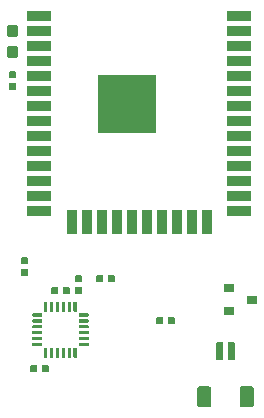
<source format=gbr>
G04 #@! TF.GenerationSoftware,KiCad,Pcbnew,(5.1.5)-3*
G04 #@! TF.CreationDate,2020-06-05T14:27:12-04:00*
G04 #@! TF.ProjectId,OSSC,4f535343-2e6b-4696-9361-645f70636258,rev?*
G04 #@! TF.SameCoordinates,Original*
G04 #@! TF.FileFunction,Paste,Top*
G04 #@! TF.FilePolarity,Positive*
%FSLAX46Y46*%
G04 Gerber Fmt 4.6, Leading zero omitted, Abs format (unit mm)*
G04 Created by KiCad (PCBNEW (5.1.5)-3) date 2020-06-05 14:27:12*
%MOMM*%
%LPD*%
G04 APERTURE LIST*
%ADD10C,0.100000*%
%ADD11R,2.000000X0.900000*%
%ADD12R,0.900000X2.000000*%
%ADD13R,5.000000X5.000000*%
%ADD14R,0.900000X0.800000*%
G04 APERTURE END LIST*
D10*
G36*
X82226958Y-81468710D02*
G01*
X82241276Y-81470834D01*
X82255317Y-81474351D01*
X82268946Y-81479228D01*
X82282031Y-81485417D01*
X82294447Y-81492858D01*
X82306073Y-81501481D01*
X82316798Y-81511202D01*
X82326519Y-81521927D01*
X82335142Y-81533553D01*
X82342583Y-81545969D01*
X82348772Y-81559054D01*
X82353649Y-81572683D01*
X82357166Y-81586724D01*
X82359290Y-81601042D01*
X82360000Y-81615500D01*
X82360000Y-81960500D01*
X82359290Y-81974958D01*
X82357166Y-81989276D01*
X82353649Y-82003317D01*
X82348772Y-82016946D01*
X82342583Y-82030031D01*
X82335142Y-82042447D01*
X82326519Y-82054073D01*
X82316798Y-82064798D01*
X82306073Y-82074519D01*
X82294447Y-82083142D01*
X82282031Y-82090583D01*
X82268946Y-82096772D01*
X82255317Y-82101649D01*
X82241276Y-82105166D01*
X82226958Y-82107290D01*
X82212500Y-82108000D01*
X81917500Y-82108000D01*
X81903042Y-82107290D01*
X81888724Y-82105166D01*
X81874683Y-82101649D01*
X81861054Y-82096772D01*
X81847969Y-82090583D01*
X81835553Y-82083142D01*
X81823927Y-82074519D01*
X81813202Y-82064798D01*
X81803481Y-82054073D01*
X81794858Y-82042447D01*
X81787417Y-82030031D01*
X81781228Y-82016946D01*
X81776351Y-82003317D01*
X81772834Y-81989276D01*
X81770710Y-81974958D01*
X81770000Y-81960500D01*
X81770000Y-81615500D01*
X81770710Y-81601042D01*
X81772834Y-81586724D01*
X81776351Y-81572683D01*
X81781228Y-81559054D01*
X81787417Y-81545969D01*
X81794858Y-81533553D01*
X81803481Y-81521927D01*
X81813202Y-81511202D01*
X81823927Y-81501481D01*
X81835553Y-81492858D01*
X81847969Y-81485417D01*
X81861054Y-81479228D01*
X81874683Y-81474351D01*
X81888724Y-81470834D01*
X81903042Y-81468710D01*
X81917500Y-81468000D01*
X82212500Y-81468000D01*
X82226958Y-81468710D01*
G37*
G36*
X83196958Y-81468710D02*
G01*
X83211276Y-81470834D01*
X83225317Y-81474351D01*
X83238946Y-81479228D01*
X83252031Y-81485417D01*
X83264447Y-81492858D01*
X83276073Y-81501481D01*
X83286798Y-81511202D01*
X83296519Y-81521927D01*
X83305142Y-81533553D01*
X83312583Y-81545969D01*
X83318772Y-81559054D01*
X83323649Y-81572683D01*
X83327166Y-81586724D01*
X83329290Y-81601042D01*
X83330000Y-81615500D01*
X83330000Y-81960500D01*
X83329290Y-81974958D01*
X83327166Y-81989276D01*
X83323649Y-82003317D01*
X83318772Y-82016946D01*
X83312583Y-82030031D01*
X83305142Y-82042447D01*
X83296519Y-82054073D01*
X83286798Y-82064798D01*
X83276073Y-82074519D01*
X83264447Y-82083142D01*
X83252031Y-82090583D01*
X83238946Y-82096772D01*
X83225317Y-82101649D01*
X83211276Y-82105166D01*
X83196958Y-82107290D01*
X83182500Y-82108000D01*
X82887500Y-82108000D01*
X82873042Y-82107290D01*
X82858724Y-82105166D01*
X82844683Y-82101649D01*
X82831054Y-82096772D01*
X82817969Y-82090583D01*
X82805553Y-82083142D01*
X82793927Y-82074519D01*
X82783202Y-82064798D01*
X82773481Y-82054073D01*
X82764858Y-82042447D01*
X82757417Y-82030031D01*
X82751228Y-82016946D01*
X82746351Y-82003317D01*
X82742834Y-81989276D01*
X82740710Y-81974958D01*
X82740000Y-81960500D01*
X82740000Y-81615500D01*
X82740710Y-81601042D01*
X82742834Y-81586724D01*
X82746351Y-81572683D01*
X82751228Y-81559054D01*
X82757417Y-81545969D01*
X82764858Y-81533553D01*
X82773481Y-81521927D01*
X82783202Y-81511202D01*
X82793927Y-81501481D01*
X82805553Y-81492858D01*
X82817969Y-81485417D01*
X82831054Y-81479228D01*
X82844683Y-81474351D01*
X82858724Y-81470834D01*
X82873042Y-81468710D01*
X82887500Y-81468000D01*
X83182500Y-81468000D01*
X83196958Y-81468710D01*
G37*
G36*
X78116958Y-77912710D02*
G01*
X78131276Y-77914834D01*
X78145317Y-77918351D01*
X78158946Y-77923228D01*
X78172031Y-77929417D01*
X78184447Y-77936858D01*
X78196073Y-77945481D01*
X78206798Y-77955202D01*
X78216519Y-77965927D01*
X78225142Y-77977553D01*
X78232583Y-77989969D01*
X78238772Y-78003054D01*
X78243649Y-78016683D01*
X78247166Y-78030724D01*
X78249290Y-78045042D01*
X78250000Y-78059500D01*
X78250000Y-78404500D01*
X78249290Y-78418958D01*
X78247166Y-78433276D01*
X78243649Y-78447317D01*
X78238772Y-78460946D01*
X78232583Y-78474031D01*
X78225142Y-78486447D01*
X78216519Y-78498073D01*
X78206798Y-78508798D01*
X78196073Y-78518519D01*
X78184447Y-78527142D01*
X78172031Y-78534583D01*
X78158946Y-78540772D01*
X78145317Y-78545649D01*
X78131276Y-78549166D01*
X78116958Y-78551290D01*
X78102500Y-78552000D01*
X77807500Y-78552000D01*
X77793042Y-78551290D01*
X77778724Y-78549166D01*
X77764683Y-78545649D01*
X77751054Y-78540772D01*
X77737969Y-78534583D01*
X77725553Y-78527142D01*
X77713927Y-78518519D01*
X77703202Y-78508798D01*
X77693481Y-78498073D01*
X77684858Y-78486447D01*
X77677417Y-78474031D01*
X77671228Y-78460946D01*
X77666351Y-78447317D01*
X77662834Y-78433276D01*
X77660710Y-78418958D01*
X77660000Y-78404500D01*
X77660000Y-78059500D01*
X77660710Y-78045042D01*
X77662834Y-78030724D01*
X77666351Y-78016683D01*
X77671228Y-78003054D01*
X77677417Y-77989969D01*
X77684858Y-77977553D01*
X77693481Y-77965927D01*
X77703202Y-77955202D01*
X77713927Y-77945481D01*
X77725553Y-77936858D01*
X77737969Y-77929417D01*
X77751054Y-77923228D01*
X77764683Y-77918351D01*
X77778724Y-77914834D01*
X77793042Y-77912710D01*
X77807500Y-77912000D01*
X78102500Y-77912000D01*
X78116958Y-77912710D01*
G37*
G36*
X77146958Y-77912710D02*
G01*
X77161276Y-77914834D01*
X77175317Y-77918351D01*
X77188946Y-77923228D01*
X77202031Y-77929417D01*
X77214447Y-77936858D01*
X77226073Y-77945481D01*
X77236798Y-77955202D01*
X77246519Y-77965927D01*
X77255142Y-77977553D01*
X77262583Y-77989969D01*
X77268772Y-78003054D01*
X77273649Y-78016683D01*
X77277166Y-78030724D01*
X77279290Y-78045042D01*
X77280000Y-78059500D01*
X77280000Y-78404500D01*
X77279290Y-78418958D01*
X77277166Y-78433276D01*
X77273649Y-78447317D01*
X77268772Y-78460946D01*
X77262583Y-78474031D01*
X77255142Y-78486447D01*
X77246519Y-78498073D01*
X77236798Y-78508798D01*
X77226073Y-78518519D01*
X77214447Y-78527142D01*
X77202031Y-78534583D01*
X77188946Y-78540772D01*
X77175317Y-78545649D01*
X77161276Y-78549166D01*
X77146958Y-78551290D01*
X77132500Y-78552000D01*
X76837500Y-78552000D01*
X76823042Y-78551290D01*
X76808724Y-78549166D01*
X76794683Y-78545649D01*
X76781054Y-78540772D01*
X76767969Y-78534583D01*
X76755553Y-78527142D01*
X76743927Y-78518519D01*
X76733202Y-78508798D01*
X76723481Y-78498073D01*
X76714858Y-78486447D01*
X76707417Y-78474031D01*
X76701228Y-78460946D01*
X76696351Y-78447317D01*
X76692834Y-78433276D01*
X76690710Y-78418958D01*
X76690000Y-78404500D01*
X76690000Y-78059500D01*
X76690710Y-78045042D01*
X76692834Y-78030724D01*
X76696351Y-78016683D01*
X76701228Y-78003054D01*
X76707417Y-77989969D01*
X76714858Y-77977553D01*
X76723481Y-77965927D01*
X76733202Y-77955202D01*
X76743927Y-77945481D01*
X76755553Y-77936858D01*
X76767969Y-77929417D01*
X76781054Y-77923228D01*
X76794683Y-77918351D01*
X76808724Y-77914834D01*
X76823042Y-77912710D01*
X76837500Y-77912000D01*
X77132500Y-77912000D01*
X77146958Y-77912710D01*
G37*
G36*
X75370958Y-77960710D02*
G01*
X75385276Y-77962834D01*
X75399317Y-77966351D01*
X75412946Y-77971228D01*
X75426031Y-77977417D01*
X75438447Y-77984858D01*
X75450073Y-77993481D01*
X75460798Y-78003202D01*
X75470519Y-78013927D01*
X75479142Y-78025553D01*
X75486583Y-78037969D01*
X75492772Y-78051054D01*
X75497649Y-78064683D01*
X75501166Y-78078724D01*
X75503290Y-78093042D01*
X75504000Y-78107500D01*
X75504000Y-78402500D01*
X75503290Y-78416958D01*
X75501166Y-78431276D01*
X75497649Y-78445317D01*
X75492772Y-78458946D01*
X75486583Y-78472031D01*
X75479142Y-78484447D01*
X75470519Y-78496073D01*
X75460798Y-78506798D01*
X75450073Y-78516519D01*
X75438447Y-78525142D01*
X75426031Y-78532583D01*
X75412946Y-78538772D01*
X75399317Y-78543649D01*
X75385276Y-78547166D01*
X75370958Y-78549290D01*
X75356500Y-78550000D01*
X75011500Y-78550000D01*
X74997042Y-78549290D01*
X74982724Y-78547166D01*
X74968683Y-78543649D01*
X74955054Y-78538772D01*
X74941969Y-78532583D01*
X74929553Y-78525142D01*
X74917927Y-78516519D01*
X74907202Y-78506798D01*
X74897481Y-78496073D01*
X74888858Y-78484447D01*
X74881417Y-78472031D01*
X74875228Y-78458946D01*
X74870351Y-78445317D01*
X74866834Y-78431276D01*
X74864710Y-78416958D01*
X74864000Y-78402500D01*
X74864000Y-78107500D01*
X74864710Y-78093042D01*
X74866834Y-78078724D01*
X74870351Y-78064683D01*
X74875228Y-78051054D01*
X74881417Y-78037969D01*
X74888858Y-78025553D01*
X74897481Y-78013927D01*
X74907202Y-78003202D01*
X74917927Y-77993481D01*
X74929553Y-77984858D01*
X74941969Y-77977417D01*
X74955054Y-77971228D01*
X74968683Y-77966351D01*
X74982724Y-77962834D01*
X74997042Y-77960710D01*
X75011500Y-77960000D01*
X75356500Y-77960000D01*
X75370958Y-77960710D01*
G37*
G36*
X75370958Y-78930710D02*
G01*
X75385276Y-78932834D01*
X75399317Y-78936351D01*
X75412946Y-78941228D01*
X75426031Y-78947417D01*
X75438447Y-78954858D01*
X75450073Y-78963481D01*
X75460798Y-78973202D01*
X75470519Y-78983927D01*
X75479142Y-78995553D01*
X75486583Y-79007969D01*
X75492772Y-79021054D01*
X75497649Y-79034683D01*
X75501166Y-79048724D01*
X75503290Y-79063042D01*
X75504000Y-79077500D01*
X75504000Y-79372500D01*
X75503290Y-79386958D01*
X75501166Y-79401276D01*
X75497649Y-79415317D01*
X75492772Y-79428946D01*
X75486583Y-79442031D01*
X75479142Y-79454447D01*
X75470519Y-79466073D01*
X75460798Y-79476798D01*
X75450073Y-79486519D01*
X75438447Y-79495142D01*
X75426031Y-79502583D01*
X75412946Y-79508772D01*
X75399317Y-79513649D01*
X75385276Y-79517166D01*
X75370958Y-79519290D01*
X75356500Y-79520000D01*
X75011500Y-79520000D01*
X74997042Y-79519290D01*
X74982724Y-79517166D01*
X74968683Y-79513649D01*
X74955054Y-79508772D01*
X74941969Y-79502583D01*
X74929553Y-79495142D01*
X74917927Y-79486519D01*
X74907202Y-79476798D01*
X74897481Y-79466073D01*
X74888858Y-79454447D01*
X74881417Y-79442031D01*
X74875228Y-79428946D01*
X74870351Y-79415317D01*
X74866834Y-79401276D01*
X74864710Y-79386958D01*
X74864000Y-79372500D01*
X74864000Y-79077500D01*
X74864710Y-79063042D01*
X74866834Y-79048724D01*
X74870351Y-79034683D01*
X74875228Y-79021054D01*
X74881417Y-79007969D01*
X74888858Y-78995553D01*
X74897481Y-78983927D01*
X74907202Y-78973202D01*
X74917927Y-78963481D01*
X74929553Y-78954858D01*
X74941969Y-78947417D01*
X74955054Y-78941228D01*
X74968683Y-78936351D01*
X74982724Y-78932834D01*
X74997042Y-78930710D01*
X75011500Y-78930000D01*
X75356500Y-78930000D01*
X75370958Y-78930710D01*
G37*
G36*
X73336958Y-78928710D02*
G01*
X73351276Y-78930834D01*
X73365317Y-78934351D01*
X73378946Y-78939228D01*
X73392031Y-78945417D01*
X73404447Y-78952858D01*
X73416073Y-78961481D01*
X73426798Y-78971202D01*
X73436519Y-78981927D01*
X73445142Y-78993553D01*
X73452583Y-79005969D01*
X73458772Y-79019054D01*
X73463649Y-79032683D01*
X73467166Y-79046724D01*
X73469290Y-79061042D01*
X73470000Y-79075500D01*
X73470000Y-79420500D01*
X73469290Y-79434958D01*
X73467166Y-79449276D01*
X73463649Y-79463317D01*
X73458772Y-79476946D01*
X73452583Y-79490031D01*
X73445142Y-79502447D01*
X73436519Y-79514073D01*
X73426798Y-79524798D01*
X73416073Y-79534519D01*
X73404447Y-79543142D01*
X73392031Y-79550583D01*
X73378946Y-79556772D01*
X73365317Y-79561649D01*
X73351276Y-79565166D01*
X73336958Y-79567290D01*
X73322500Y-79568000D01*
X73027500Y-79568000D01*
X73013042Y-79567290D01*
X72998724Y-79565166D01*
X72984683Y-79561649D01*
X72971054Y-79556772D01*
X72957969Y-79550583D01*
X72945553Y-79543142D01*
X72933927Y-79534519D01*
X72923202Y-79524798D01*
X72913481Y-79514073D01*
X72904858Y-79502447D01*
X72897417Y-79490031D01*
X72891228Y-79476946D01*
X72886351Y-79463317D01*
X72882834Y-79449276D01*
X72880710Y-79434958D01*
X72880000Y-79420500D01*
X72880000Y-79075500D01*
X72880710Y-79061042D01*
X72882834Y-79046724D01*
X72886351Y-79032683D01*
X72891228Y-79019054D01*
X72897417Y-79005969D01*
X72904858Y-78993553D01*
X72913481Y-78981927D01*
X72923202Y-78971202D01*
X72933927Y-78961481D01*
X72945553Y-78952858D01*
X72957969Y-78945417D01*
X72971054Y-78939228D01*
X72984683Y-78934351D01*
X72998724Y-78930834D01*
X73013042Y-78928710D01*
X73027500Y-78928000D01*
X73322500Y-78928000D01*
X73336958Y-78928710D01*
G37*
G36*
X74306958Y-78928710D02*
G01*
X74321276Y-78930834D01*
X74335317Y-78934351D01*
X74348946Y-78939228D01*
X74362031Y-78945417D01*
X74374447Y-78952858D01*
X74386073Y-78961481D01*
X74396798Y-78971202D01*
X74406519Y-78981927D01*
X74415142Y-78993553D01*
X74422583Y-79005969D01*
X74428772Y-79019054D01*
X74433649Y-79032683D01*
X74437166Y-79046724D01*
X74439290Y-79061042D01*
X74440000Y-79075500D01*
X74440000Y-79420500D01*
X74439290Y-79434958D01*
X74437166Y-79449276D01*
X74433649Y-79463317D01*
X74428772Y-79476946D01*
X74422583Y-79490031D01*
X74415142Y-79502447D01*
X74406519Y-79514073D01*
X74396798Y-79524798D01*
X74386073Y-79534519D01*
X74374447Y-79543142D01*
X74362031Y-79550583D01*
X74348946Y-79556772D01*
X74335317Y-79561649D01*
X74321276Y-79565166D01*
X74306958Y-79567290D01*
X74292500Y-79568000D01*
X73997500Y-79568000D01*
X73983042Y-79567290D01*
X73968724Y-79565166D01*
X73954683Y-79561649D01*
X73941054Y-79556772D01*
X73927969Y-79550583D01*
X73915553Y-79543142D01*
X73903927Y-79534519D01*
X73893202Y-79524798D01*
X73883481Y-79514073D01*
X73874858Y-79502447D01*
X73867417Y-79490031D01*
X73861228Y-79476946D01*
X73856351Y-79463317D01*
X73852834Y-79449276D01*
X73850710Y-79434958D01*
X73850000Y-79420500D01*
X73850000Y-79075500D01*
X73850710Y-79061042D01*
X73852834Y-79046724D01*
X73856351Y-79032683D01*
X73861228Y-79019054D01*
X73867417Y-79005969D01*
X73874858Y-78993553D01*
X73883481Y-78981927D01*
X73893202Y-78971202D01*
X73903927Y-78961481D01*
X73915553Y-78952858D01*
X73927969Y-78945417D01*
X73941054Y-78939228D01*
X73954683Y-78934351D01*
X73968724Y-78930834D01*
X73983042Y-78928710D01*
X73997500Y-78928000D01*
X74292500Y-78928000D01*
X74306958Y-78928710D01*
G37*
G36*
X71558958Y-85532710D02*
G01*
X71573276Y-85534834D01*
X71587317Y-85538351D01*
X71600946Y-85543228D01*
X71614031Y-85549417D01*
X71626447Y-85556858D01*
X71638073Y-85565481D01*
X71648798Y-85575202D01*
X71658519Y-85585927D01*
X71667142Y-85597553D01*
X71674583Y-85609969D01*
X71680772Y-85623054D01*
X71685649Y-85636683D01*
X71689166Y-85650724D01*
X71691290Y-85665042D01*
X71692000Y-85679500D01*
X71692000Y-86024500D01*
X71691290Y-86038958D01*
X71689166Y-86053276D01*
X71685649Y-86067317D01*
X71680772Y-86080946D01*
X71674583Y-86094031D01*
X71667142Y-86106447D01*
X71658519Y-86118073D01*
X71648798Y-86128798D01*
X71638073Y-86138519D01*
X71626447Y-86147142D01*
X71614031Y-86154583D01*
X71600946Y-86160772D01*
X71587317Y-86165649D01*
X71573276Y-86169166D01*
X71558958Y-86171290D01*
X71544500Y-86172000D01*
X71249500Y-86172000D01*
X71235042Y-86171290D01*
X71220724Y-86169166D01*
X71206683Y-86165649D01*
X71193054Y-86160772D01*
X71179969Y-86154583D01*
X71167553Y-86147142D01*
X71155927Y-86138519D01*
X71145202Y-86128798D01*
X71135481Y-86118073D01*
X71126858Y-86106447D01*
X71119417Y-86094031D01*
X71113228Y-86080946D01*
X71108351Y-86067317D01*
X71104834Y-86053276D01*
X71102710Y-86038958D01*
X71102000Y-86024500D01*
X71102000Y-85679500D01*
X71102710Y-85665042D01*
X71104834Y-85650724D01*
X71108351Y-85636683D01*
X71113228Y-85623054D01*
X71119417Y-85609969D01*
X71126858Y-85597553D01*
X71135481Y-85585927D01*
X71145202Y-85575202D01*
X71155927Y-85565481D01*
X71167553Y-85556858D01*
X71179969Y-85549417D01*
X71193054Y-85543228D01*
X71206683Y-85538351D01*
X71220724Y-85534834D01*
X71235042Y-85532710D01*
X71249500Y-85532000D01*
X71544500Y-85532000D01*
X71558958Y-85532710D01*
G37*
G36*
X72528958Y-85532710D02*
G01*
X72543276Y-85534834D01*
X72557317Y-85538351D01*
X72570946Y-85543228D01*
X72584031Y-85549417D01*
X72596447Y-85556858D01*
X72608073Y-85565481D01*
X72618798Y-85575202D01*
X72628519Y-85585927D01*
X72637142Y-85597553D01*
X72644583Y-85609969D01*
X72650772Y-85623054D01*
X72655649Y-85636683D01*
X72659166Y-85650724D01*
X72661290Y-85665042D01*
X72662000Y-85679500D01*
X72662000Y-86024500D01*
X72661290Y-86038958D01*
X72659166Y-86053276D01*
X72655649Y-86067317D01*
X72650772Y-86080946D01*
X72644583Y-86094031D01*
X72637142Y-86106447D01*
X72628519Y-86118073D01*
X72618798Y-86128798D01*
X72608073Y-86138519D01*
X72596447Y-86147142D01*
X72584031Y-86154583D01*
X72570946Y-86160772D01*
X72557317Y-86165649D01*
X72543276Y-86169166D01*
X72528958Y-86171290D01*
X72514500Y-86172000D01*
X72219500Y-86172000D01*
X72205042Y-86171290D01*
X72190724Y-86169166D01*
X72176683Y-86165649D01*
X72163054Y-86160772D01*
X72149969Y-86154583D01*
X72137553Y-86147142D01*
X72125927Y-86138519D01*
X72115202Y-86128798D01*
X72105481Y-86118073D01*
X72096858Y-86106447D01*
X72089417Y-86094031D01*
X72083228Y-86080946D01*
X72078351Y-86067317D01*
X72074834Y-86053276D01*
X72072710Y-86038958D01*
X72072000Y-86024500D01*
X72072000Y-85679500D01*
X72072710Y-85665042D01*
X72074834Y-85650724D01*
X72078351Y-85636683D01*
X72083228Y-85623054D01*
X72089417Y-85609969D01*
X72096858Y-85597553D01*
X72105481Y-85585927D01*
X72115202Y-85575202D01*
X72125927Y-85565481D01*
X72137553Y-85556858D01*
X72149969Y-85549417D01*
X72163054Y-85543228D01*
X72176683Y-85538351D01*
X72190724Y-85534834D01*
X72205042Y-85532710D01*
X72219500Y-85532000D01*
X72514500Y-85532000D01*
X72528958Y-85532710D01*
G37*
G36*
X69856779Y-56753144D02*
G01*
X69879834Y-56756563D01*
X69902443Y-56762227D01*
X69924387Y-56770079D01*
X69945457Y-56780044D01*
X69965448Y-56792026D01*
X69984168Y-56805910D01*
X70001438Y-56821562D01*
X70017090Y-56838832D01*
X70030974Y-56857552D01*
X70042956Y-56877543D01*
X70052921Y-56898613D01*
X70060773Y-56920557D01*
X70066437Y-56943166D01*
X70069856Y-56966221D01*
X70071000Y-56989500D01*
X70071000Y-57564500D01*
X70069856Y-57587779D01*
X70066437Y-57610834D01*
X70060773Y-57633443D01*
X70052921Y-57655387D01*
X70042956Y-57676457D01*
X70030974Y-57696448D01*
X70017090Y-57715168D01*
X70001438Y-57732438D01*
X69984168Y-57748090D01*
X69965448Y-57761974D01*
X69945457Y-57773956D01*
X69924387Y-57783921D01*
X69902443Y-57791773D01*
X69879834Y-57797437D01*
X69856779Y-57800856D01*
X69833500Y-57802000D01*
X69358500Y-57802000D01*
X69335221Y-57800856D01*
X69312166Y-57797437D01*
X69289557Y-57791773D01*
X69267613Y-57783921D01*
X69246543Y-57773956D01*
X69226552Y-57761974D01*
X69207832Y-57748090D01*
X69190562Y-57732438D01*
X69174910Y-57715168D01*
X69161026Y-57696448D01*
X69149044Y-57676457D01*
X69139079Y-57655387D01*
X69131227Y-57633443D01*
X69125563Y-57610834D01*
X69122144Y-57587779D01*
X69121000Y-57564500D01*
X69121000Y-56989500D01*
X69122144Y-56966221D01*
X69125563Y-56943166D01*
X69131227Y-56920557D01*
X69139079Y-56898613D01*
X69149044Y-56877543D01*
X69161026Y-56857552D01*
X69174910Y-56838832D01*
X69190562Y-56821562D01*
X69207832Y-56805910D01*
X69226552Y-56792026D01*
X69246543Y-56780044D01*
X69267613Y-56770079D01*
X69289557Y-56762227D01*
X69312166Y-56756563D01*
X69335221Y-56753144D01*
X69358500Y-56752000D01*
X69833500Y-56752000D01*
X69856779Y-56753144D01*
G37*
G36*
X69856779Y-58503144D02*
G01*
X69879834Y-58506563D01*
X69902443Y-58512227D01*
X69924387Y-58520079D01*
X69945457Y-58530044D01*
X69965448Y-58542026D01*
X69984168Y-58555910D01*
X70001438Y-58571562D01*
X70017090Y-58588832D01*
X70030974Y-58607552D01*
X70042956Y-58627543D01*
X70052921Y-58648613D01*
X70060773Y-58670557D01*
X70066437Y-58693166D01*
X70069856Y-58716221D01*
X70071000Y-58739500D01*
X70071000Y-59314500D01*
X70069856Y-59337779D01*
X70066437Y-59360834D01*
X70060773Y-59383443D01*
X70052921Y-59405387D01*
X70042956Y-59426457D01*
X70030974Y-59446448D01*
X70017090Y-59465168D01*
X70001438Y-59482438D01*
X69984168Y-59498090D01*
X69965448Y-59511974D01*
X69945457Y-59523956D01*
X69924387Y-59533921D01*
X69902443Y-59541773D01*
X69879834Y-59547437D01*
X69856779Y-59550856D01*
X69833500Y-59552000D01*
X69358500Y-59552000D01*
X69335221Y-59550856D01*
X69312166Y-59547437D01*
X69289557Y-59541773D01*
X69267613Y-59533921D01*
X69246543Y-59523956D01*
X69226552Y-59511974D01*
X69207832Y-59498090D01*
X69190562Y-59482438D01*
X69174910Y-59465168D01*
X69161026Y-59446448D01*
X69149044Y-59426457D01*
X69139079Y-59405387D01*
X69131227Y-59383443D01*
X69125563Y-59360834D01*
X69122144Y-59337779D01*
X69121000Y-59314500D01*
X69121000Y-58739500D01*
X69122144Y-58716221D01*
X69125563Y-58693166D01*
X69131227Y-58670557D01*
X69139079Y-58648613D01*
X69149044Y-58627543D01*
X69161026Y-58607552D01*
X69174910Y-58588832D01*
X69190562Y-58571562D01*
X69207832Y-58555910D01*
X69226552Y-58542026D01*
X69246543Y-58530044D01*
X69267613Y-58520079D01*
X69289557Y-58512227D01*
X69312166Y-58506563D01*
X69335221Y-58503144D01*
X69358500Y-58502000D01*
X69833500Y-58502000D01*
X69856779Y-58503144D01*
G37*
G36*
X69782958Y-60688710D02*
G01*
X69797276Y-60690834D01*
X69811317Y-60694351D01*
X69824946Y-60699228D01*
X69838031Y-60705417D01*
X69850447Y-60712858D01*
X69862073Y-60721481D01*
X69872798Y-60731202D01*
X69882519Y-60741927D01*
X69891142Y-60753553D01*
X69898583Y-60765969D01*
X69904772Y-60779054D01*
X69909649Y-60792683D01*
X69913166Y-60806724D01*
X69915290Y-60821042D01*
X69916000Y-60835500D01*
X69916000Y-61130500D01*
X69915290Y-61144958D01*
X69913166Y-61159276D01*
X69909649Y-61173317D01*
X69904772Y-61186946D01*
X69898583Y-61200031D01*
X69891142Y-61212447D01*
X69882519Y-61224073D01*
X69872798Y-61234798D01*
X69862073Y-61244519D01*
X69850447Y-61253142D01*
X69838031Y-61260583D01*
X69824946Y-61266772D01*
X69811317Y-61271649D01*
X69797276Y-61275166D01*
X69782958Y-61277290D01*
X69768500Y-61278000D01*
X69423500Y-61278000D01*
X69409042Y-61277290D01*
X69394724Y-61275166D01*
X69380683Y-61271649D01*
X69367054Y-61266772D01*
X69353969Y-61260583D01*
X69341553Y-61253142D01*
X69329927Y-61244519D01*
X69319202Y-61234798D01*
X69309481Y-61224073D01*
X69300858Y-61212447D01*
X69293417Y-61200031D01*
X69287228Y-61186946D01*
X69282351Y-61173317D01*
X69278834Y-61159276D01*
X69276710Y-61144958D01*
X69276000Y-61130500D01*
X69276000Y-60835500D01*
X69276710Y-60821042D01*
X69278834Y-60806724D01*
X69282351Y-60792683D01*
X69287228Y-60779054D01*
X69293417Y-60765969D01*
X69300858Y-60753553D01*
X69309481Y-60741927D01*
X69319202Y-60731202D01*
X69329927Y-60721481D01*
X69341553Y-60712858D01*
X69353969Y-60705417D01*
X69367054Y-60699228D01*
X69380683Y-60694351D01*
X69394724Y-60690834D01*
X69409042Y-60688710D01*
X69423500Y-60688000D01*
X69768500Y-60688000D01*
X69782958Y-60688710D01*
G37*
G36*
X69782958Y-61658710D02*
G01*
X69797276Y-61660834D01*
X69811317Y-61664351D01*
X69824946Y-61669228D01*
X69838031Y-61675417D01*
X69850447Y-61682858D01*
X69862073Y-61691481D01*
X69872798Y-61701202D01*
X69882519Y-61711927D01*
X69891142Y-61723553D01*
X69898583Y-61735969D01*
X69904772Y-61749054D01*
X69909649Y-61762683D01*
X69913166Y-61776724D01*
X69915290Y-61791042D01*
X69916000Y-61805500D01*
X69916000Y-62100500D01*
X69915290Y-62114958D01*
X69913166Y-62129276D01*
X69909649Y-62143317D01*
X69904772Y-62156946D01*
X69898583Y-62170031D01*
X69891142Y-62182447D01*
X69882519Y-62194073D01*
X69872798Y-62204798D01*
X69862073Y-62214519D01*
X69850447Y-62223142D01*
X69838031Y-62230583D01*
X69824946Y-62236772D01*
X69811317Y-62241649D01*
X69797276Y-62245166D01*
X69782958Y-62247290D01*
X69768500Y-62248000D01*
X69423500Y-62248000D01*
X69409042Y-62247290D01*
X69394724Y-62245166D01*
X69380683Y-62241649D01*
X69367054Y-62236772D01*
X69353969Y-62230583D01*
X69341553Y-62223142D01*
X69329927Y-62214519D01*
X69319202Y-62204798D01*
X69309481Y-62194073D01*
X69300858Y-62182447D01*
X69293417Y-62170031D01*
X69287228Y-62156946D01*
X69282351Y-62143317D01*
X69278834Y-62129276D01*
X69276710Y-62114958D01*
X69276000Y-62100500D01*
X69276000Y-61805500D01*
X69276710Y-61791042D01*
X69278834Y-61776724D01*
X69282351Y-61762683D01*
X69287228Y-61749054D01*
X69293417Y-61735969D01*
X69300858Y-61723553D01*
X69309481Y-61711927D01*
X69319202Y-61701202D01*
X69329927Y-61691481D01*
X69341553Y-61682858D01*
X69353969Y-61675417D01*
X69367054Y-61669228D01*
X69380683Y-61664351D01*
X69394724Y-61660834D01*
X69409042Y-61658710D01*
X69423500Y-61658000D01*
X69768500Y-61658000D01*
X69782958Y-61658710D01*
G37*
G36*
X70798958Y-76436710D02*
G01*
X70813276Y-76438834D01*
X70827317Y-76442351D01*
X70840946Y-76447228D01*
X70854031Y-76453417D01*
X70866447Y-76460858D01*
X70878073Y-76469481D01*
X70888798Y-76479202D01*
X70898519Y-76489927D01*
X70907142Y-76501553D01*
X70914583Y-76513969D01*
X70920772Y-76527054D01*
X70925649Y-76540683D01*
X70929166Y-76554724D01*
X70931290Y-76569042D01*
X70932000Y-76583500D01*
X70932000Y-76878500D01*
X70931290Y-76892958D01*
X70929166Y-76907276D01*
X70925649Y-76921317D01*
X70920772Y-76934946D01*
X70914583Y-76948031D01*
X70907142Y-76960447D01*
X70898519Y-76972073D01*
X70888798Y-76982798D01*
X70878073Y-76992519D01*
X70866447Y-77001142D01*
X70854031Y-77008583D01*
X70840946Y-77014772D01*
X70827317Y-77019649D01*
X70813276Y-77023166D01*
X70798958Y-77025290D01*
X70784500Y-77026000D01*
X70439500Y-77026000D01*
X70425042Y-77025290D01*
X70410724Y-77023166D01*
X70396683Y-77019649D01*
X70383054Y-77014772D01*
X70369969Y-77008583D01*
X70357553Y-77001142D01*
X70345927Y-76992519D01*
X70335202Y-76982798D01*
X70325481Y-76972073D01*
X70316858Y-76960447D01*
X70309417Y-76948031D01*
X70303228Y-76934946D01*
X70298351Y-76921317D01*
X70294834Y-76907276D01*
X70292710Y-76892958D01*
X70292000Y-76878500D01*
X70292000Y-76583500D01*
X70292710Y-76569042D01*
X70294834Y-76554724D01*
X70298351Y-76540683D01*
X70303228Y-76527054D01*
X70309417Y-76513969D01*
X70316858Y-76501553D01*
X70325481Y-76489927D01*
X70335202Y-76479202D01*
X70345927Y-76469481D01*
X70357553Y-76460858D01*
X70369969Y-76453417D01*
X70383054Y-76447228D01*
X70396683Y-76442351D01*
X70410724Y-76438834D01*
X70425042Y-76436710D01*
X70439500Y-76436000D01*
X70784500Y-76436000D01*
X70798958Y-76436710D01*
G37*
G36*
X70798958Y-77406710D02*
G01*
X70813276Y-77408834D01*
X70827317Y-77412351D01*
X70840946Y-77417228D01*
X70854031Y-77423417D01*
X70866447Y-77430858D01*
X70878073Y-77439481D01*
X70888798Y-77449202D01*
X70898519Y-77459927D01*
X70907142Y-77471553D01*
X70914583Y-77483969D01*
X70920772Y-77497054D01*
X70925649Y-77510683D01*
X70929166Y-77524724D01*
X70931290Y-77539042D01*
X70932000Y-77553500D01*
X70932000Y-77848500D01*
X70931290Y-77862958D01*
X70929166Y-77877276D01*
X70925649Y-77891317D01*
X70920772Y-77904946D01*
X70914583Y-77918031D01*
X70907142Y-77930447D01*
X70898519Y-77942073D01*
X70888798Y-77952798D01*
X70878073Y-77962519D01*
X70866447Y-77971142D01*
X70854031Y-77978583D01*
X70840946Y-77984772D01*
X70827317Y-77989649D01*
X70813276Y-77993166D01*
X70798958Y-77995290D01*
X70784500Y-77996000D01*
X70439500Y-77996000D01*
X70425042Y-77995290D01*
X70410724Y-77993166D01*
X70396683Y-77989649D01*
X70383054Y-77984772D01*
X70369969Y-77978583D01*
X70357553Y-77971142D01*
X70345927Y-77962519D01*
X70335202Y-77952798D01*
X70325481Y-77942073D01*
X70316858Y-77930447D01*
X70309417Y-77918031D01*
X70303228Y-77904946D01*
X70298351Y-77891317D01*
X70294834Y-77877276D01*
X70292710Y-77862958D01*
X70292000Y-77848500D01*
X70292000Y-77553500D01*
X70292710Y-77539042D01*
X70294834Y-77524724D01*
X70298351Y-77510683D01*
X70303228Y-77497054D01*
X70309417Y-77483969D01*
X70316858Y-77471553D01*
X70325481Y-77459927D01*
X70335202Y-77449202D01*
X70345927Y-77439481D01*
X70357553Y-77430858D01*
X70369969Y-77423417D01*
X70383054Y-77417228D01*
X70396683Y-77412351D01*
X70410724Y-77408834D01*
X70425042Y-77406710D01*
X70439500Y-77406000D01*
X70784500Y-77406000D01*
X70798958Y-77406710D01*
G37*
G36*
X74992351Y-84075361D02*
G01*
X74999632Y-84076441D01*
X75006771Y-84078229D01*
X75013701Y-84080709D01*
X75020355Y-84083856D01*
X75026668Y-84087640D01*
X75032579Y-84092024D01*
X75038033Y-84096967D01*
X75042976Y-84102421D01*
X75047360Y-84108332D01*
X75051144Y-84114645D01*
X75054291Y-84121299D01*
X75056771Y-84128229D01*
X75058559Y-84135368D01*
X75059639Y-84142649D01*
X75060000Y-84150000D01*
X75060000Y-84850000D01*
X75059639Y-84857351D01*
X75058559Y-84864632D01*
X75056771Y-84871771D01*
X75054291Y-84878701D01*
X75051144Y-84885355D01*
X75047360Y-84891668D01*
X75042976Y-84897579D01*
X75038033Y-84903033D01*
X75032579Y-84907976D01*
X75026668Y-84912360D01*
X75020355Y-84916144D01*
X75013701Y-84919291D01*
X75006771Y-84921771D01*
X74999632Y-84923559D01*
X74992351Y-84924639D01*
X74985000Y-84925000D01*
X74835000Y-84925000D01*
X74827649Y-84924639D01*
X74820368Y-84923559D01*
X74813229Y-84921771D01*
X74806299Y-84919291D01*
X74799645Y-84916144D01*
X74793332Y-84912360D01*
X74787421Y-84907976D01*
X74781967Y-84903033D01*
X74777024Y-84897579D01*
X74772640Y-84891668D01*
X74768856Y-84885355D01*
X74765709Y-84878701D01*
X74763229Y-84871771D01*
X74761441Y-84864632D01*
X74760361Y-84857351D01*
X74760000Y-84850000D01*
X74760000Y-84150000D01*
X74760361Y-84142649D01*
X74761441Y-84135368D01*
X74763229Y-84128229D01*
X74765709Y-84121299D01*
X74768856Y-84114645D01*
X74772640Y-84108332D01*
X74777024Y-84102421D01*
X74781967Y-84096967D01*
X74787421Y-84092024D01*
X74793332Y-84087640D01*
X74799645Y-84083856D01*
X74806299Y-84080709D01*
X74813229Y-84078229D01*
X74820368Y-84076441D01*
X74827649Y-84075361D01*
X74835000Y-84075000D01*
X74985000Y-84075000D01*
X74992351Y-84075361D01*
G37*
G36*
X74492351Y-84075361D02*
G01*
X74499632Y-84076441D01*
X74506771Y-84078229D01*
X74513701Y-84080709D01*
X74520355Y-84083856D01*
X74526668Y-84087640D01*
X74532579Y-84092024D01*
X74538033Y-84096967D01*
X74542976Y-84102421D01*
X74547360Y-84108332D01*
X74551144Y-84114645D01*
X74554291Y-84121299D01*
X74556771Y-84128229D01*
X74558559Y-84135368D01*
X74559639Y-84142649D01*
X74560000Y-84150000D01*
X74560000Y-84850000D01*
X74559639Y-84857351D01*
X74558559Y-84864632D01*
X74556771Y-84871771D01*
X74554291Y-84878701D01*
X74551144Y-84885355D01*
X74547360Y-84891668D01*
X74542976Y-84897579D01*
X74538033Y-84903033D01*
X74532579Y-84907976D01*
X74526668Y-84912360D01*
X74520355Y-84916144D01*
X74513701Y-84919291D01*
X74506771Y-84921771D01*
X74499632Y-84923559D01*
X74492351Y-84924639D01*
X74485000Y-84925000D01*
X74335000Y-84925000D01*
X74327649Y-84924639D01*
X74320368Y-84923559D01*
X74313229Y-84921771D01*
X74306299Y-84919291D01*
X74299645Y-84916144D01*
X74293332Y-84912360D01*
X74287421Y-84907976D01*
X74281967Y-84903033D01*
X74277024Y-84897579D01*
X74272640Y-84891668D01*
X74268856Y-84885355D01*
X74265709Y-84878701D01*
X74263229Y-84871771D01*
X74261441Y-84864632D01*
X74260361Y-84857351D01*
X74260000Y-84850000D01*
X74260000Y-84150000D01*
X74260361Y-84142649D01*
X74261441Y-84135368D01*
X74263229Y-84128229D01*
X74265709Y-84121299D01*
X74268856Y-84114645D01*
X74272640Y-84108332D01*
X74277024Y-84102421D01*
X74281967Y-84096967D01*
X74287421Y-84092024D01*
X74293332Y-84087640D01*
X74299645Y-84083856D01*
X74306299Y-84080709D01*
X74313229Y-84078229D01*
X74320368Y-84076441D01*
X74327649Y-84075361D01*
X74335000Y-84075000D01*
X74485000Y-84075000D01*
X74492351Y-84075361D01*
G37*
G36*
X73992351Y-84075361D02*
G01*
X73999632Y-84076441D01*
X74006771Y-84078229D01*
X74013701Y-84080709D01*
X74020355Y-84083856D01*
X74026668Y-84087640D01*
X74032579Y-84092024D01*
X74038033Y-84096967D01*
X74042976Y-84102421D01*
X74047360Y-84108332D01*
X74051144Y-84114645D01*
X74054291Y-84121299D01*
X74056771Y-84128229D01*
X74058559Y-84135368D01*
X74059639Y-84142649D01*
X74060000Y-84150000D01*
X74060000Y-84850000D01*
X74059639Y-84857351D01*
X74058559Y-84864632D01*
X74056771Y-84871771D01*
X74054291Y-84878701D01*
X74051144Y-84885355D01*
X74047360Y-84891668D01*
X74042976Y-84897579D01*
X74038033Y-84903033D01*
X74032579Y-84907976D01*
X74026668Y-84912360D01*
X74020355Y-84916144D01*
X74013701Y-84919291D01*
X74006771Y-84921771D01*
X73999632Y-84923559D01*
X73992351Y-84924639D01*
X73985000Y-84925000D01*
X73835000Y-84925000D01*
X73827649Y-84924639D01*
X73820368Y-84923559D01*
X73813229Y-84921771D01*
X73806299Y-84919291D01*
X73799645Y-84916144D01*
X73793332Y-84912360D01*
X73787421Y-84907976D01*
X73781967Y-84903033D01*
X73777024Y-84897579D01*
X73772640Y-84891668D01*
X73768856Y-84885355D01*
X73765709Y-84878701D01*
X73763229Y-84871771D01*
X73761441Y-84864632D01*
X73760361Y-84857351D01*
X73760000Y-84850000D01*
X73760000Y-84150000D01*
X73760361Y-84142649D01*
X73761441Y-84135368D01*
X73763229Y-84128229D01*
X73765709Y-84121299D01*
X73768856Y-84114645D01*
X73772640Y-84108332D01*
X73777024Y-84102421D01*
X73781967Y-84096967D01*
X73787421Y-84092024D01*
X73793332Y-84087640D01*
X73799645Y-84083856D01*
X73806299Y-84080709D01*
X73813229Y-84078229D01*
X73820368Y-84076441D01*
X73827649Y-84075361D01*
X73835000Y-84075000D01*
X73985000Y-84075000D01*
X73992351Y-84075361D01*
G37*
G36*
X73492351Y-84075361D02*
G01*
X73499632Y-84076441D01*
X73506771Y-84078229D01*
X73513701Y-84080709D01*
X73520355Y-84083856D01*
X73526668Y-84087640D01*
X73532579Y-84092024D01*
X73538033Y-84096967D01*
X73542976Y-84102421D01*
X73547360Y-84108332D01*
X73551144Y-84114645D01*
X73554291Y-84121299D01*
X73556771Y-84128229D01*
X73558559Y-84135368D01*
X73559639Y-84142649D01*
X73560000Y-84150000D01*
X73560000Y-84850000D01*
X73559639Y-84857351D01*
X73558559Y-84864632D01*
X73556771Y-84871771D01*
X73554291Y-84878701D01*
X73551144Y-84885355D01*
X73547360Y-84891668D01*
X73542976Y-84897579D01*
X73538033Y-84903033D01*
X73532579Y-84907976D01*
X73526668Y-84912360D01*
X73520355Y-84916144D01*
X73513701Y-84919291D01*
X73506771Y-84921771D01*
X73499632Y-84923559D01*
X73492351Y-84924639D01*
X73485000Y-84925000D01*
X73335000Y-84925000D01*
X73327649Y-84924639D01*
X73320368Y-84923559D01*
X73313229Y-84921771D01*
X73306299Y-84919291D01*
X73299645Y-84916144D01*
X73293332Y-84912360D01*
X73287421Y-84907976D01*
X73281967Y-84903033D01*
X73277024Y-84897579D01*
X73272640Y-84891668D01*
X73268856Y-84885355D01*
X73265709Y-84878701D01*
X73263229Y-84871771D01*
X73261441Y-84864632D01*
X73260361Y-84857351D01*
X73260000Y-84850000D01*
X73260000Y-84150000D01*
X73260361Y-84142649D01*
X73261441Y-84135368D01*
X73263229Y-84128229D01*
X73265709Y-84121299D01*
X73268856Y-84114645D01*
X73272640Y-84108332D01*
X73277024Y-84102421D01*
X73281967Y-84096967D01*
X73287421Y-84092024D01*
X73293332Y-84087640D01*
X73299645Y-84083856D01*
X73306299Y-84080709D01*
X73313229Y-84078229D01*
X73320368Y-84076441D01*
X73327649Y-84075361D01*
X73335000Y-84075000D01*
X73485000Y-84075000D01*
X73492351Y-84075361D01*
G37*
G36*
X72992351Y-84075361D02*
G01*
X72999632Y-84076441D01*
X73006771Y-84078229D01*
X73013701Y-84080709D01*
X73020355Y-84083856D01*
X73026668Y-84087640D01*
X73032579Y-84092024D01*
X73038033Y-84096967D01*
X73042976Y-84102421D01*
X73047360Y-84108332D01*
X73051144Y-84114645D01*
X73054291Y-84121299D01*
X73056771Y-84128229D01*
X73058559Y-84135368D01*
X73059639Y-84142649D01*
X73060000Y-84150000D01*
X73060000Y-84850000D01*
X73059639Y-84857351D01*
X73058559Y-84864632D01*
X73056771Y-84871771D01*
X73054291Y-84878701D01*
X73051144Y-84885355D01*
X73047360Y-84891668D01*
X73042976Y-84897579D01*
X73038033Y-84903033D01*
X73032579Y-84907976D01*
X73026668Y-84912360D01*
X73020355Y-84916144D01*
X73013701Y-84919291D01*
X73006771Y-84921771D01*
X72999632Y-84923559D01*
X72992351Y-84924639D01*
X72985000Y-84925000D01*
X72835000Y-84925000D01*
X72827649Y-84924639D01*
X72820368Y-84923559D01*
X72813229Y-84921771D01*
X72806299Y-84919291D01*
X72799645Y-84916144D01*
X72793332Y-84912360D01*
X72787421Y-84907976D01*
X72781967Y-84903033D01*
X72777024Y-84897579D01*
X72772640Y-84891668D01*
X72768856Y-84885355D01*
X72765709Y-84878701D01*
X72763229Y-84871771D01*
X72761441Y-84864632D01*
X72760361Y-84857351D01*
X72760000Y-84850000D01*
X72760000Y-84150000D01*
X72760361Y-84142649D01*
X72761441Y-84135368D01*
X72763229Y-84128229D01*
X72765709Y-84121299D01*
X72768856Y-84114645D01*
X72772640Y-84108332D01*
X72777024Y-84102421D01*
X72781967Y-84096967D01*
X72787421Y-84092024D01*
X72793332Y-84087640D01*
X72799645Y-84083856D01*
X72806299Y-84080709D01*
X72813229Y-84078229D01*
X72820368Y-84076441D01*
X72827649Y-84075361D01*
X72835000Y-84075000D01*
X72985000Y-84075000D01*
X72992351Y-84075361D01*
G37*
G36*
X72492351Y-84075361D02*
G01*
X72499632Y-84076441D01*
X72506771Y-84078229D01*
X72513701Y-84080709D01*
X72520355Y-84083856D01*
X72526668Y-84087640D01*
X72532579Y-84092024D01*
X72538033Y-84096967D01*
X72542976Y-84102421D01*
X72547360Y-84108332D01*
X72551144Y-84114645D01*
X72554291Y-84121299D01*
X72556771Y-84128229D01*
X72558559Y-84135368D01*
X72559639Y-84142649D01*
X72560000Y-84150000D01*
X72560000Y-84850000D01*
X72559639Y-84857351D01*
X72558559Y-84864632D01*
X72556771Y-84871771D01*
X72554291Y-84878701D01*
X72551144Y-84885355D01*
X72547360Y-84891668D01*
X72542976Y-84897579D01*
X72538033Y-84903033D01*
X72532579Y-84907976D01*
X72526668Y-84912360D01*
X72520355Y-84916144D01*
X72513701Y-84919291D01*
X72506771Y-84921771D01*
X72499632Y-84923559D01*
X72492351Y-84924639D01*
X72485000Y-84925000D01*
X72335000Y-84925000D01*
X72327649Y-84924639D01*
X72320368Y-84923559D01*
X72313229Y-84921771D01*
X72306299Y-84919291D01*
X72299645Y-84916144D01*
X72293332Y-84912360D01*
X72287421Y-84907976D01*
X72281967Y-84903033D01*
X72277024Y-84897579D01*
X72272640Y-84891668D01*
X72268856Y-84885355D01*
X72265709Y-84878701D01*
X72263229Y-84871771D01*
X72261441Y-84864632D01*
X72260361Y-84857351D01*
X72260000Y-84850000D01*
X72260000Y-84150000D01*
X72260361Y-84142649D01*
X72261441Y-84135368D01*
X72263229Y-84128229D01*
X72265709Y-84121299D01*
X72268856Y-84114645D01*
X72272640Y-84108332D01*
X72277024Y-84102421D01*
X72281967Y-84096967D01*
X72287421Y-84092024D01*
X72293332Y-84087640D01*
X72299645Y-84083856D01*
X72306299Y-84080709D01*
X72313229Y-84078229D01*
X72320368Y-84076441D01*
X72327649Y-84075361D01*
X72335000Y-84075000D01*
X72485000Y-84075000D01*
X72492351Y-84075361D01*
G37*
G36*
X72067351Y-83650361D02*
G01*
X72074632Y-83651441D01*
X72081771Y-83653229D01*
X72088701Y-83655709D01*
X72095355Y-83658856D01*
X72101668Y-83662640D01*
X72107579Y-83667024D01*
X72113033Y-83671967D01*
X72117976Y-83677421D01*
X72122360Y-83683332D01*
X72126144Y-83689645D01*
X72129291Y-83696299D01*
X72131771Y-83703229D01*
X72133559Y-83710368D01*
X72134639Y-83717649D01*
X72135000Y-83725000D01*
X72135000Y-83875000D01*
X72134639Y-83882351D01*
X72133559Y-83889632D01*
X72131771Y-83896771D01*
X72129291Y-83903701D01*
X72126144Y-83910355D01*
X72122360Y-83916668D01*
X72117976Y-83922579D01*
X72113033Y-83928033D01*
X72107579Y-83932976D01*
X72101668Y-83937360D01*
X72095355Y-83941144D01*
X72088701Y-83944291D01*
X72081771Y-83946771D01*
X72074632Y-83948559D01*
X72067351Y-83949639D01*
X72060000Y-83950000D01*
X71360000Y-83950000D01*
X71352649Y-83949639D01*
X71345368Y-83948559D01*
X71338229Y-83946771D01*
X71331299Y-83944291D01*
X71324645Y-83941144D01*
X71318332Y-83937360D01*
X71312421Y-83932976D01*
X71306967Y-83928033D01*
X71302024Y-83922579D01*
X71297640Y-83916668D01*
X71293856Y-83910355D01*
X71290709Y-83903701D01*
X71288229Y-83896771D01*
X71286441Y-83889632D01*
X71285361Y-83882351D01*
X71285000Y-83875000D01*
X71285000Y-83725000D01*
X71285361Y-83717649D01*
X71286441Y-83710368D01*
X71288229Y-83703229D01*
X71290709Y-83696299D01*
X71293856Y-83689645D01*
X71297640Y-83683332D01*
X71302024Y-83677421D01*
X71306967Y-83671967D01*
X71312421Y-83667024D01*
X71318332Y-83662640D01*
X71324645Y-83658856D01*
X71331299Y-83655709D01*
X71338229Y-83653229D01*
X71345368Y-83651441D01*
X71352649Y-83650361D01*
X71360000Y-83650000D01*
X72060000Y-83650000D01*
X72067351Y-83650361D01*
G37*
G36*
X72067351Y-83150361D02*
G01*
X72074632Y-83151441D01*
X72081771Y-83153229D01*
X72088701Y-83155709D01*
X72095355Y-83158856D01*
X72101668Y-83162640D01*
X72107579Y-83167024D01*
X72113033Y-83171967D01*
X72117976Y-83177421D01*
X72122360Y-83183332D01*
X72126144Y-83189645D01*
X72129291Y-83196299D01*
X72131771Y-83203229D01*
X72133559Y-83210368D01*
X72134639Y-83217649D01*
X72135000Y-83225000D01*
X72135000Y-83375000D01*
X72134639Y-83382351D01*
X72133559Y-83389632D01*
X72131771Y-83396771D01*
X72129291Y-83403701D01*
X72126144Y-83410355D01*
X72122360Y-83416668D01*
X72117976Y-83422579D01*
X72113033Y-83428033D01*
X72107579Y-83432976D01*
X72101668Y-83437360D01*
X72095355Y-83441144D01*
X72088701Y-83444291D01*
X72081771Y-83446771D01*
X72074632Y-83448559D01*
X72067351Y-83449639D01*
X72060000Y-83450000D01*
X71360000Y-83450000D01*
X71352649Y-83449639D01*
X71345368Y-83448559D01*
X71338229Y-83446771D01*
X71331299Y-83444291D01*
X71324645Y-83441144D01*
X71318332Y-83437360D01*
X71312421Y-83432976D01*
X71306967Y-83428033D01*
X71302024Y-83422579D01*
X71297640Y-83416668D01*
X71293856Y-83410355D01*
X71290709Y-83403701D01*
X71288229Y-83396771D01*
X71286441Y-83389632D01*
X71285361Y-83382351D01*
X71285000Y-83375000D01*
X71285000Y-83225000D01*
X71285361Y-83217649D01*
X71286441Y-83210368D01*
X71288229Y-83203229D01*
X71290709Y-83196299D01*
X71293856Y-83189645D01*
X71297640Y-83183332D01*
X71302024Y-83177421D01*
X71306967Y-83171967D01*
X71312421Y-83167024D01*
X71318332Y-83162640D01*
X71324645Y-83158856D01*
X71331299Y-83155709D01*
X71338229Y-83153229D01*
X71345368Y-83151441D01*
X71352649Y-83150361D01*
X71360000Y-83150000D01*
X72060000Y-83150000D01*
X72067351Y-83150361D01*
G37*
G36*
X72067351Y-82650361D02*
G01*
X72074632Y-82651441D01*
X72081771Y-82653229D01*
X72088701Y-82655709D01*
X72095355Y-82658856D01*
X72101668Y-82662640D01*
X72107579Y-82667024D01*
X72113033Y-82671967D01*
X72117976Y-82677421D01*
X72122360Y-82683332D01*
X72126144Y-82689645D01*
X72129291Y-82696299D01*
X72131771Y-82703229D01*
X72133559Y-82710368D01*
X72134639Y-82717649D01*
X72135000Y-82725000D01*
X72135000Y-82875000D01*
X72134639Y-82882351D01*
X72133559Y-82889632D01*
X72131771Y-82896771D01*
X72129291Y-82903701D01*
X72126144Y-82910355D01*
X72122360Y-82916668D01*
X72117976Y-82922579D01*
X72113033Y-82928033D01*
X72107579Y-82932976D01*
X72101668Y-82937360D01*
X72095355Y-82941144D01*
X72088701Y-82944291D01*
X72081771Y-82946771D01*
X72074632Y-82948559D01*
X72067351Y-82949639D01*
X72060000Y-82950000D01*
X71360000Y-82950000D01*
X71352649Y-82949639D01*
X71345368Y-82948559D01*
X71338229Y-82946771D01*
X71331299Y-82944291D01*
X71324645Y-82941144D01*
X71318332Y-82937360D01*
X71312421Y-82932976D01*
X71306967Y-82928033D01*
X71302024Y-82922579D01*
X71297640Y-82916668D01*
X71293856Y-82910355D01*
X71290709Y-82903701D01*
X71288229Y-82896771D01*
X71286441Y-82889632D01*
X71285361Y-82882351D01*
X71285000Y-82875000D01*
X71285000Y-82725000D01*
X71285361Y-82717649D01*
X71286441Y-82710368D01*
X71288229Y-82703229D01*
X71290709Y-82696299D01*
X71293856Y-82689645D01*
X71297640Y-82683332D01*
X71302024Y-82677421D01*
X71306967Y-82671967D01*
X71312421Y-82667024D01*
X71318332Y-82662640D01*
X71324645Y-82658856D01*
X71331299Y-82655709D01*
X71338229Y-82653229D01*
X71345368Y-82651441D01*
X71352649Y-82650361D01*
X71360000Y-82650000D01*
X72060000Y-82650000D01*
X72067351Y-82650361D01*
G37*
G36*
X72067351Y-82150361D02*
G01*
X72074632Y-82151441D01*
X72081771Y-82153229D01*
X72088701Y-82155709D01*
X72095355Y-82158856D01*
X72101668Y-82162640D01*
X72107579Y-82167024D01*
X72113033Y-82171967D01*
X72117976Y-82177421D01*
X72122360Y-82183332D01*
X72126144Y-82189645D01*
X72129291Y-82196299D01*
X72131771Y-82203229D01*
X72133559Y-82210368D01*
X72134639Y-82217649D01*
X72135000Y-82225000D01*
X72135000Y-82375000D01*
X72134639Y-82382351D01*
X72133559Y-82389632D01*
X72131771Y-82396771D01*
X72129291Y-82403701D01*
X72126144Y-82410355D01*
X72122360Y-82416668D01*
X72117976Y-82422579D01*
X72113033Y-82428033D01*
X72107579Y-82432976D01*
X72101668Y-82437360D01*
X72095355Y-82441144D01*
X72088701Y-82444291D01*
X72081771Y-82446771D01*
X72074632Y-82448559D01*
X72067351Y-82449639D01*
X72060000Y-82450000D01*
X71360000Y-82450000D01*
X71352649Y-82449639D01*
X71345368Y-82448559D01*
X71338229Y-82446771D01*
X71331299Y-82444291D01*
X71324645Y-82441144D01*
X71318332Y-82437360D01*
X71312421Y-82432976D01*
X71306967Y-82428033D01*
X71302024Y-82422579D01*
X71297640Y-82416668D01*
X71293856Y-82410355D01*
X71290709Y-82403701D01*
X71288229Y-82396771D01*
X71286441Y-82389632D01*
X71285361Y-82382351D01*
X71285000Y-82375000D01*
X71285000Y-82225000D01*
X71285361Y-82217649D01*
X71286441Y-82210368D01*
X71288229Y-82203229D01*
X71290709Y-82196299D01*
X71293856Y-82189645D01*
X71297640Y-82183332D01*
X71302024Y-82177421D01*
X71306967Y-82171967D01*
X71312421Y-82167024D01*
X71318332Y-82162640D01*
X71324645Y-82158856D01*
X71331299Y-82155709D01*
X71338229Y-82153229D01*
X71345368Y-82151441D01*
X71352649Y-82150361D01*
X71360000Y-82150000D01*
X72060000Y-82150000D01*
X72067351Y-82150361D01*
G37*
G36*
X72067351Y-81650361D02*
G01*
X72074632Y-81651441D01*
X72081771Y-81653229D01*
X72088701Y-81655709D01*
X72095355Y-81658856D01*
X72101668Y-81662640D01*
X72107579Y-81667024D01*
X72113033Y-81671967D01*
X72117976Y-81677421D01*
X72122360Y-81683332D01*
X72126144Y-81689645D01*
X72129291Y-81696299D01*
X72131771Y-81703229D01*
X72133559Y-81710368D01*
X72134639Y-81717649D01*
X72135000Y-81725000D01*
X72135000Y-81875000D01*
X72134639Y-81882351D01*
X72133559Y-81889632D01*
X72131771Y-81896771D01*
X72129291Y-81903701D01*
X72126144Y-81910355D01*
X72122360Y-81916668D01*
X72117976Y-81922579D01*
X72113033Y-81928033D01*
X72107579Y-81932976D01*
X72101668Y-81937360D01*
X72095355Y-81941144D01*
X72088701Y-81944291D01*
X72081771Y-81946771D01*
X72074632Y-81948559D01*
X72067351Y-81949639D01*
X72060000Y-81950000D01*
X71360000Y-81950000D01*
X71352649Y-81949639D01*
X71345368Y-81948559D01*
X71338229Y-81946771D01*
X71331299Y-81944291D01*
X71324645Y-81941144D01*
X71318332Y-81937360D01*
X71312421Y-81932976D01*
X71306967Y-81928033D01*
X71302024Y-81922579D01*
X71297640Y-81916668D01*
X71293856Y-81910355D01*
X71290709Y-81903701D01*
X71288229Y-81896771D01*
X71286441Y-81889632D01*
X71285361Y-81882351D01*
X71285000Y-81875000D01*
X71285000Y-81725000D01*
X71285361Y-81717649D01*
X71286441Y-81710368D01*
X71288229Y-81703229D01*
X71290709Y-81696299D01*
X71293856Y-81689645D01*
X71297640Y-81683332D01*
X71302024Y-81677421D01*
X71306967Y-81671967D01*
X71312421Y-81667024D01*
X71318332Y-81662640D01*
X71324645Y-81658856D01*
X71331299Y-81655709D01*
X71338229Y-81653229D01*
X71345368Y-81651441D01*
X71352649Y-81650361D01*
X71360000Y-81650000D01*
X72060000Y-81650000D01*
X72067351Y-81650361D01*
G37*
G36*
X72067351Y-81150361D02*
G01*
X72074632Y-81151441D01*
X72081771Y-81153229D01*
X72088701Y-81155709D01*
X72095355Y-81158856D01*
X72101668Y-81162640D01*
X72107579Y-81167024D01*
X72113033Y-81171967D01*
X72117976Y-81177421D01*
X72122360Y-81183332D01*
X72126144Y-81189645D01*
X72129291Y-81196299D01*
X72131771Y-81203229D01*
X72133559Y-81210368D01*
X72134639Y-81217649D01*
X72135000Y-81225000D01*
X72135000Y-81375000D01*
X72134639Y-81382351D01*
X72133559Y-81389632D01*
X72131771Y-81396771D01*
X72129291Y-81403701D01*
X72126144Y-81410355D01*
X72122360Y-81416668D01*
X72117976Y-81422579D01*
X72113033Y-81428033D01*
X72107579Y-81432976D01*
X72101668Y-81437360D01*
X72095355Y-81441144D01*
X72088701Y-81444291D01*
X72081771Y-81446771D01*
X72074632Y-81448559D01*
X72067351Y-81449639D01*
X72060000Y-81450000D01*
X71360000Y-81450000D01*
X71352649Y-81449639D01*
X71345368Y-81448559D01*
X71338229Y-81446771D01*
X71331299Y-81444291D01*
X71324645Y-81441144D01*
X71318332Y-81437360D01*
X71312421Y-81432976D01*
X71306967Y-81428033D01*
X71302024Y-81422579D01*
X71297640Y-81416668D01*
X71293856Y-81410355D01*
X71290709Y-81403701D01*
X71288229Y-81396771D01*
X71286441Y-81389632D01*
X71285361Y-81382351D01*
X71285000Y-81375000D01*
X71285000Y-81225000D01*
X71285361Y-81217649D01*
X71286441Y-81210368D01*
X71288229Y-81203229D01*
X71290709Y-81196299D01*
X71293856Y-81189645D01*
X71297640Y-81183332D01*
X71302024Y-81177421D01*
X71306967Y-81171967D01*
X71312421Y-81167024D01*
X71318332Y-81162640D01*
X71324645Y-81158856D01*
X71331299Y-81155709D01*
X71338229Y-81153229D01*
X71345368Y-81151441D01*
X71352649Y-81150361D01*
X71360000Y-81150000D01*
X72060000Y-81150000D01*
X72067351Y-81150361D01*
G37*
G36*
X72492351Y-80175361D02*
G01*
X72499632Y-80176441D01*
X72506771Y-80178229D01*
X72513701Y-80180709D01*
X72520355Y-80183856D01*
X72526668Y-80187640D01*
X72532579Y-80192024D01*
X72538033Y-80196967D01*
X72542976Y-80202421D01*
X72547360Y-80208332D01*
X72551144Y-80214645D01*
X72554291Y-80221299D01*
X72556771Y-80228229D01*
X72558559Y-80235368D01*
X72559639Y-80242649D01*
X72560000Y-80250000D01*
X72560000Y-80950000D01*
X72559639Y-80957351D01*
X72558559Y-80964632D01*
X72556771Y-80971771D01*
X72554291Y-80978701D01*
X72551144Y-80985355D01*
X72547360Y-80991668D01*
X72542976Y-80997579D01*
X72538033Y-81003033D01*
X72532579Y-81007976D01*
X72526668Y-81012360D01*
X72520355Y-81016144D01*
X72513701Y-81019291D01*
X72506771Y-81021771D01*
X72499632Y-81023559D01*
X72492351Y-81024639D01*
X72485000Y-81025000D01*
X72335000Y-81025000D01*
X72327649Y-81024639D01*
X72320368Y-81023559D01*
X72313229Y-81021771D01*
X72306299Y-81019291D01*
X72299645Y-81016144D01*
X72293332Y-81012360D01*
X72287421Y-81007976D01*
X72281967Y-81003033D01*
X72277024Y-80997579D01*
X72272640Y-80991668D01*
X72268856Y-80985355D01*
X72265709Y-80978701D01*
X72263229Y-80971771D01*
X72261441Y-80964632D01*
X72260361Y-80957351D01*
X72260000Y-80950000D01*
X72260000Y-80250000D01*
X72260361Y-80242649D01*
X72261441Y-80235368D01*
X72263229Y-80228229D01*
X72265709Y-80221299D01*
X72268856Y-80214645D01*
X72272640Y-80208332D01*
X72277024Y-80202421D01*
X72281967Y-80196967D01*
X72287421Y-80192024D01*
X72293332Y-80187640D01*
X72299645Y-80183856D01*
X72306299Y-80180709D01*
X72313229Y-80178229D01*
X72320368Y-80176441D01*
X72327649Y-80175361D01*
X72335000Y-80175000D01*
X72485000Y-80175000D01*
X72492351Y-80175361D01*
G37*
G36*
X72992351Y-80175361D02*
G01*
X72999632Y-80176441D01*
X73006771Y-80178229D01*
X73013701Y-80180709D01*
X73020355Y-80183856D01*
X73026668Y-80187640D01*
X73032579Y-80192024D01*
X73038033Y-80196967D01*
X73042976Y-80202421D01*
X73047360Y-80208332D01*
X73051144Y-80214645D01*
X73054291Y-80221299D01*
X73056771Y-80228229D01*
X73058559Y-80235368D01*
X73059639Y-80242649D01*
X73060000Y-80250000D01*
X73060000Y-80950000D01*
X73059639Y-80957351D01*
X73058559Y-80964632D01*
X73056771Y-80971771D01*
X73054291Y-80978701D01*
X73051144Y-80985355D01*
X73047360Y-80991668D01*
X73042976Y-80997579D01*
X73038033Y-81003033D01*
X73032579Y-81007976D01*
X73026668Y-81012360D01*
X73020355Y-81016144D01*
X73013701Y-81019291D01*
X73006771Y-81021771D01*
X72999632Y-81023559D01*
X72992351Y-81024639D01*
X72985000Y-81025000D01*
X72835000Y-81025000D01*
X72827649Y-81024639D01*
X72820368Y-81023559D01*
X72813229Y-81021771D01*
X72806299Y-81019291D01*
X72799645Y-81016144D01*
X72793332Y-81012360D01*
X72787421Y-81007976D01*
X72781967Y-81003033D01*
X72777024Y-80997579D01*
X72772640Y-80991668D01*
X72768856Y-80985355D01*
X72765709Y-80978701D01*
X72763229Y-80971771D01*
X72761441Y-80964632D01*
X72760361Y-80957351D01*
X72760000Y-80950000D01*
X72760000Y-80250000D01*
X72760361Y-80242649D01*
X72761441Y-80235368D01*
X72763229Y-80228229D01*
X72765709Y-80221299D01*
X72768856Y-80214645D01*
X72772640Y-80208332D01*
X72777024Y-80202421D01*
X72781967Y-80196967D01*
X72787421Y-80192024D01*
X72793332Y-80187640D01*
X72799645Y-80183856D01*
X72806299Y-80180709D01*
X72813229Y-80178229D01*
X72820368Y-80176441D01*
X72827649Y-80175361D01*
X72835000Y-80175000D01*
X72985000Y-80175000D01*
X72992351Y-80175361D01*
G37*
G36*
X73492351Y-80175361D02*
G01*
X73499632Y-80176441D01*
X73506771Y-80178229D01*
X73513701Y-80180709D01*
X73520355Y-80183856D01*
X73526668Y-80187640D01*
X73532579Y-80192024D01*
X73538033Y-80196967D01*
X73542976Y-80202421D01*
X73547360Y-80208332D01*
X73551144Y-80214645D01*
X73554291Y-80221299D01*
X73556771Y-80228229D01*
X73558559Y-80235368D01*
X73559639Y-80242649D01*
X73560000Y-80250000D01*
X73560000Y-80950000D01*
X73559639Y-80957351D01*
X73558559Y-80964632D01*
X73556771Y-80971771D01*
X73554291Y-80978701D01*
X73551144Y-80985355D01*
X73547360Y-80991668D01*
X73542976Y-80997579D01*
X73538033Y-81003033D01*
X73532579Y-81007976D01*
X73526668Y-81012360D01*
X73520355Y-81016144D01*
X73513701Y-81019291D01*
X73506771Y-81021771D01*
X73499632Y-81023559D01*
X73492351Y-81024639D01*
X73485000Y-81025000D01*
X73335000Y-81025000D01*
X73327649Y-81024639D01*
X73320368Y-81023559D01*
X73313229Y-81021771D01*
X73306299Y-81019291D01*
X73299645Y-81016144D01*
X73293332Y-81012360D01*
X73287421Y-81007976D01*
X73281967Y-81003033D01*
X73277024Y-80997579D01*
X73272640Y-80991668D01*
X73268856Y-80985355D01*
X73265709Y-80978701D01*
X73263229Y-80971771D01*
X73261441Y-80964632D01*
X73260361Y-80957351D01*
X73260000Y-80950000D01*
X73260000Y-80250000D01*
X73260361Y-80242649D01*
X73261441Y-80235368D01*
X73263229Y-80228229D01*
X73265709Y-80221299D01*
X73268856Y-80214645D01*
X73272640Y-80208332D01*
X73277024Y-80202421D01*
X73281967Y-80196967D01*
X73287421Y-80192024D01*
X73293332Y-80187640D01*
X73299645Y-80183856D01*
X73306299Y-80180709D01*
X73313229Y-80178229D01*
X73320368Y-80176441D01*
X73327649Y-80175361D01*
X73335000Y-80175000D01*
X73485000Y-80175000D01*
X73492351Y-80175361D01*
G37*
G36*
X73992351Y-80175361D02*
G01*
X73999632Y-80176441D01*
X74006771Y-80178229D01*
X74013701Y-80180709D01*
X74020355Y-80183856D01*
X74026668Y-80187640D01*
X74032579Y-80192024D01*
X74038033Y-80196967D01*
X74042976Y-80202421D01*
X74047360Y-80208332D01*
X74051144Y-80214645D01*
X74054291Y-80221299D01*
X74056771Y-80228229D01*
X74058559Y-80235368D01*
X74059639Y-80242649D01*
X74060000Y-80250000D01*
X74060000Y-80950000D01*
X74059639Y-80957351D01*
X74058559Y-80964632D01*
X74056771Y-80971771D01*
X74054291Y-80978701D01*
X74051144Y-80985355D01*
X74047360Y-80991668D01*
X74042976Y-80997579D01*
X74038033Y-81003033D01*
X74032579Y-81007976D01*
X74026668Y-81012360D01*
X74020355Y-81016144D01*
X74013701Y-81019291D01*
X74006771Y-81021771D01*
X73999632Y-81023559D01*
X73992351Y-81024639D01*
X73985000Y-81025000D01*
X73835000Y-81025000D01*
X73827649Y-81024639D01*
X73820368Y-81023559D01*
X73813229Y-81021771D01*
X73806299Y-81019291D01*
X73799645Y-81016144D01*
X73793332Y-81012360D01*
X73787421Y-81007976D01*
X73781967Y-81003033D01*
X73777024Y-80997579D01*
X73772640Y-80991668D01*
X73768856Y-80985355D01*
X73765709Y-80978701D01*
X73763229Y-80971771D01*
X73761441Y-80964632D01*
X73760361Y-80957351D01*
X73760000Y-80950000D01*
X73760000Y-80250000D01*
X73760361Y-80242649D01*
X73761441Y-80235368D01*
X73763229Y-80228229D01*
X73765709Y-80221299D01*
X73768856Y-80214645D01*
X73772640Y-80208332D01*
X73777024Y-80202421D01*
X73781967Y-80196967D01*
X73787421Y-80192024D01*
X73793332Y-80187640D01*
X73799645Y-80183856D01*
X73806299Y-80180709D01*
X73813229Y-80178229D01*
X73820368Y-80176441D01*
X73827649Y-80175361D01*
X73835000Y-80175000D01*
X73985000Y-80175000D01*
X73992351Y-80175361D01*
G37*
G36*
X74492351Y-80175361D02*
G01*
X74499632Y-80176441D01*
X74506771Y-80178229D01*
X74513701Y-80180709D01*
X74520355Y-80183856D01*
X74526668Y-80187640D01*
X74532579Y-80192024D01*
X74538033Y-80196967D01*
X74542976Y-80202421D01*
X74547360Y-80208332D01*
X74551144Y-80214645D01*
X74554291Y-80221299D01*
X74556771Y-80228229D01*
X74558559Y-80235368D01*
X74559639Y-80242649D01*
X74560000Y-80250000D01*
X74560000Y-80950000D01*
X74559639Y-80957351D01*
X74558559Y-80964632D01*
X74556771Y-80971771D01*
X74554291Y-80978701D01*
X74551144Y-80985355D01*
X74547360Y-80991668D01*
X74542976Y-80997579D01*
X74538033Y-81003033D01*
X74532579Y-81007976D01*
X74526668Y-81012360D01*
X74520355Y-81016144D01*
X74513701Y-81019291D01*
X74506771Y-81021771D01*
X74499632Y-81023559D01*
X74492351Y-81024639D01*
X74485000Y-81025000D01*
X74335000Y-81025000D01*
X74327649Y-81024639D01*
X74320368Y-81023559D01*
X74313229Y-81021771D01*
X74306299Y-81019291D01*
X74299645Y-81016144D01*
X74293332Y-81012360D01*
X74287421Y-81007976D01*
X74281967Y-81003033D01*
X74277024Y-80997579D01*
X74272640Y-80991668D01*
X74268856Y-80985355D01*
X74265709Y-80978701D01*
X74263229Y-80971771D01*
X74261441Y-80964632D01*
X74260361Y-80957351D01*
X74260000Y-80950000D01*
X74260000Y-80250000D01*
X74260361Y-80242649D01*
X74261441Y-80235368D01*
X74263229Y-80228229D01*
X74265709Y-80221299D01*
X74268856Y-80214645D01*
X74272640Y-80208332D01*
X74277024Y-80202421D01*
X74281967Y-80196967D01*
X74287421Y-80192024D01*
X74293332Y-80187640D01*
X74299645Y-80183856D01*
X74306299Y-80180709D01*
X74313229Y-80178229D01*
X74320368Y-80176441D01*
X74327649Y-80175361D01*
X74335000Y-80175000D01*
X74485000Y-80175000D01*
X74492351Y-80175361D01*
G37*
G36*
X74992351Y-80175361D02*
G01*
X74999632Y-80176441D01*
X75006771Y-80178229D01*
X75013701Y-80180709D01*
X75020355Y-80183856D01*
X75026668Y-80187640D01*
X75032579Y-80192024D01*
X75038033Y-80196967D01*
X75042976Y-80202421D01*
X75047360Y-80208332D01*
X75051144Y-80214645D01*
X75054291Y-80221299D01*
X75056771Y-80228229D01*
X75058559Y-80235368D01*
X75059639Y-80242649D01*
X75060000Y-80250000D01*
X75060000Y-80950000D01*
X75059639Y-80957351D01*
X75058559Y-80964632D01*
X75056771Y-80971771D01*
X75054291Y-80978701D01*
X75051144Y-80985355D01*
X75047360Y-80991668D01*
X75042976Y-80997579D01*
X75038033Y-81003033D01*
X75032579Y-81007976D01*
X75026668Y-81012360D01*
X75020355Y-81016144D01*
X75013701Y-81019291D01*
X75006771Y-81021771D01*
X74999632Y-81023559D01*
X74992351Y-81024639D01*
X74985000Y-81025000D01*
X74835000Y-81025000D01*
X74827649Y-81024639D01*
X74820368Y-81023559D01*
X74813229Y-81021771D01*
X74806299Y-81019291D01*
X74799645Y-81016144D01*
X74793332Y-81012360D01*
X74787421Y-81007976D01*
X74781967Y-81003033D01*
X74777024Y-80997579D01*
X74772640Y-80991668D01*
X74768856Y-80985355D01*
X74765709Y-80978701D01*
X74763229Y-80971771D01*
X74761441Y-80964632D01*
X74760361Y-80957351D01*
X74760000Y-80950000D01*
X74760000Y-80250000D01*
X74760361Y-80242649D01*
X74761441Y-80235368D01*
X74763229Y-80228229D01*
X74765709Y-80221299D01*
X74768856Y-80214645D01*
X74772640Y-80208332D01*
X74777024Y-80202421D01*
X74781967Y-80196967D01*
X74787421Y-80192024D01*
X74793332Y-80187640D01*
X74799645Y-80183856D01*
X74806299Y-80180709D01*
X74813229Y-80178229D01*
X74820368Y-80176441D01*
X74827649Y-80175361D01*
X74835000Y-80175000D01*
X74985000Y-80175000D01*
X74992351Y-80175361D01*
G37*
G36*
X75967351Y-81150361D02*
G01*
X75974632Y-81151441D01*
X75981771Y-81153229D01*
X75988701Y-81155709D01*
X75995355Y-81158856D01*
X76001668Y-81162640D01*
X76007579Y-81167024D01*
X76013033Y-81171967D01*
X76017976Y-81177421D01*
X76022360Y-81183332D01*
X76026144Y-81189645D01*
X76029291Y-81196299D01*
X76031771Y-81203229D01*
X76033559Y-81210368D01*
X76034639Y-81217649D01*
X76035000Y-81225000D01*
X76035000Y-81375000D01*
X76034639Y-81382351D01*
X76033559Y-81389632D01*
X76031771Y-81396771D01*
X76029291Y-81403701D01*
X76026144Y-81410355D01*
X76022360Y-81416668D01*
X76017976Y-81422579D01*
X76013033Y-81428033D01*
X76007579Y-81432976D01*
X76001668Y-81437360D01*
X75995355Y-81441144D01*
X75988701Y-81444291D01*
X75981771Y-81446771D01*
X75974632Y-81448559D01*
X75967351Y-81449639D01*
X75960000Y-81450000D01*
X75260000Y-81450000D01*
X75252649Y-81449639D01*
X75245368Y-81448559D01*
X75238229Y-81446771D01*
X75231299Y-81444291D01*
X75224645Y-81441144D01*
X75218332Y-81437360D01*
X75212421Y-81432976D01*
X75206967Y-81428033D01*
X75202024Y-81422579D01*
X75197640Y-81416668D01*
X75193856Y-81410355D01*
X75190709Y-81403701D01*
X75188229Y-81396771D01*
X75186441Y-81389632D01*
X75185361Y-81382351D01*
X75185000Y-81375000D01*
X75185000Y-81225000D01*
X75185361Y-81217649D01*
X75186441Y-81210368D01*
X75188229Y-81203229D01*
X75190709Y-81196299D01*
X75193856Y-81189645D01*
X75197640Y-81183332D01*
X75202024Y-81177421D01*
X75206967Y-81171967D01*
X75212421Y-81167024D01*
X75218332Y-81162640D01*
X75224645Y-81158856D01*
X75231299Y-81155709D01*
X75238229Y-81153229D01*
X75245368Y-81151441D01*
X75252649Y-81150361D01*
X75260000Y-81150000D01*
X75960000Y-81150000D01*
X75967351Y-81150361D01*
G37*
G36*
X75967351Y-81650361D02*
G01*
X75974632Y-81651441D01*
X75981771Y-81653229D01*
X75988701Y-81655709D01*
X75995355Y-81658856D01*
X76001668Y-81662640D01*
X76007579Y-81667024D01*
X76013033Y-81671967D01*
X76017976Y-81677421D01*
X76022360Y-81683332D01*
X76026144Y-81689645D01*
X76029291Y-81696299D01*
X76031771Y-81703229D01*
X76033559Y-81710368D01*
X76034639Y-81717649D01*
X76035000Y-81725000D01*
X76035000Y-81875000D01*
X76034639Y-81882351D01*
X76033559Y-81889632D01*
X76031771Y-81896771D01*
X76029291Y-81903701D01*
X76026144Y-81910355D01*
X76022360Y-81916668D01*
X76017976Y-81922579D01*
X76013033Y-81928033D01*
X76007579Y-81932976D01*
X76001668Y-81937360D01*
X75995355Y-81941144D01*
X75988701Y-81944291D01*
X75981771Y-81946771D01*
X75974632Y-81948559D01*
X75967351Y-81949639D01*
X75960000Y-81950000D01*
X75260000Y-81950000D01*
X75252649Y-81949639D01*
X75245368Y-81948559D01*
X75238229Y-81946771D01*
X75231299Y-81944291D01*
X75224645Y-81941144D01*
X75218332Y-81937360D01*
X75212421Y-81932976D01*
X75206967Y-81928033D01*
X75202024Y-81922579D01*
X75197640Y-81916668D01*
X75193856Y-81910355D01*
X75190709Y-81903701D01*
X75188229Y-81896771D01*
X75186441Y-81889632D01*
X75185361Y-81882351D01*
X75185000Y-81875000D01*
X75185000Y-81725000D01*
X75185361Y-81717649D01*
X75186441Y-81710368D01*
X75188229Y-81703229D01*
X75190709Y-81696299D01*
X75193856Y-81689645D01*
X75197640Y-81683332D01*
X75202024Y-81677421D01*
X75206967Y-81671967D01*
X75212421Y-81667024D01*
X75218332Y-81662640D01*
X75224645Y-81658856D01*
X75231299Y-81655709D01*
X75238229Y-81653229D01*
X75245368Y-81651441D01*
X75252649Y-81650361D01*
X75260000Y-81650000D01*
X75960000Y-81650000D01*
X75967351Y-81650361D01*
G37*
G36*
X75967351Y-82150361D02*
G01*
X75974632Y-82151441D01*
X75981771Y-82153229D01*
X75988701Y-82155709D01*
X75995355Y-82158856D01*
X76001668Y-82162640D01*
X76007579Y-82167024D01*
X76013033Y-82171967D01*
X76017976Y-82177421D01*
X76022360Y-82183332D01*
X76026144Y-82189645D01*
X76029291Y-82196299D01*
X76031771Y-82203229D01*
X76033559Y-82210368D01*
X76034639Y-82217649D01*
X76035000Y-82225000D01*
X76035000Y-82375000D01*
X76034639Y-82382351D01*
X76033559Y-82389632D01*
X76031771Y-82396771D01*
X76029291Y-82403701D01*
X76026144Y-82410355D01*
X76022360Y-82416668D01*
X76017976Y-82422579D01*
X76013033Y-82428033D01*
X76007579Y-82432976D01*
X76001668Y-82437360D01*
X75995355Y-82441144D01*
X75988701Y-82444291D01*
X75981771Y-82446771D01*
X75974632Y-82448559D01*
X75967351Y-82449639D01*
X75960000Y-82450000D01*
X75260000Y-82450000D01*
X75252649Y-82449639D01*
X75245368Y-82448559D01*
X75238229Y-82446771D01*
X75231299Y-82444291D01*
X75224645Y-82441144D01*
X75218332Y-82437360D01*
X75212421Y-82432976D01*
X75206967Y-82428033D01*
X75202024Y-82422579D01*
X75197640Y-82416668D01*
X75193856Y-82410355D01*
X75190709Y-82403701D01*
X75188229Y-82396771D01*
X75186441Y-82389632D01*
X75185361Y-82382351D01*
X75185000Y-82375000D01*
X75185000Y-82225000D01*
X75185361Y-82217649D01*
X75186441Y-82210368D01*
X75188229Y-82203229D01*
X75190709Y-82196299D01*
X75193856Y-82189645D01*
X75197640Y-82183332D01*
X75202024Y-82177421D01*
X75206967Y-82171967D01*
X75212421Y-82167024D01*
X75218332Y-82162640D01*
X75224645Y-82158856D01*
X75231299Y-82155709D01*
X75238229Y-82153229D01*
X75245368Y-82151441D01*
X75252649Y-82150361D01*
X75260000Y-82150000D01*
X75960000Y-82150000D01*
X75967351Y-82150361D01*
G37*
G36*
X75967351Y-82650361D02*
G01*
X75974632Y-82651441D01*
X75981771Y-82653229D01*
X75988701Y-82655709D01*
X75995355Y-82658856D01*
X76001668Y-82662640D01*
X76007579Y-82667024D01*
X76013033Y-82671967D01*
X76017976Y-82677421D01*
X76022360Y-82683332D01*
X76026144Y-82689645D01*
X76029291Y-82696299D01*
X76031771Y-82703229D01*
X76033559Y-82710368D01*
X76034639Y-82717649D01*
X76035000Y-82725000D01*
X76035000Y-82875000D01*
X76034639Y-82882351D01*
X76033559Y-82889632D01*
X76031771Y-82896771D01*
X76029291Y-82903701D01*
X76026144Y-82910355D01*
X76022360Y-82916668D01*
X76017976Y-82922579D01*
X76013033Y-82928033D01*
X76007579Y-82932976D01*
X76001668Y-82937360D01*
X75995355Y-82941144D01*
X75988701Y-82944291D01*
X75981771Y-82946771D01*
X75974632Y-82948559D01*
X75967351Y-82949639D01*
X75960000Y-82950000D01*
X75260000Y-82950000D01*
X75252649Y-82949639D01*
X75245368Y-82948559D01*
X75238229Y-82946771D01*
X75231299Y-82944291D01*
X75224645Y-82941144D01*
X75218332Y-82937360D01*
X75212421Y-82932976D01*
X75206967Y-82928033D01*
X75202024Y-82922579D01*
X75197640Y-82916668D01*
X75193856Y-82910355D01*
X75190709Y-82903701D01*
X75188229Y-82896771D01*
X75186441Y-82889632D01*
X75185361Y-82882351D01*
X75185000Y-82875000D01*
X75185000Y-82725000D01*
X75185361Y-82717649D01*
X75186441Y-82710368D01*
X75188229Y-82703229D01*
X75190709Y-82696299D01*
X75193856Y-82689645D01*
X75197640Y-82683332D01*
X75202024Y-82677421D01*
X75206967Y-82671967D01*
X75212421Y-82667024D01*
X75218332Y-82662640D01*
X75224645Y-82658856D01*
X75231299Y-82655709D01*
X75238229Y-82653229D01*
X75245368Y-82651441D01*
X75252649Y-82650361D01*
X75260000Y-82650000D01*
X75960000Y-82650000D01*
X75967351Y-82650361D01*
G37*
G36*
X75967351Y-83150361D02*
G01*
X75974632Y-83151441D01*
X75981771Y-83153229D01*
X75988701Y-83155709D01*
X75995355Y-83158856D01*
X76001668Y-83162640D01*
X76007579Y-83167024D01*
X76013033Y-83171967D01*
X76017976Y-83177421D01*
X76022360Y-83183332D01*
X76026144Y-83189645D01*
X76029291Y-83196299D01*
X76031771Y-83203229D01*
X76033559Y-83210368D01*
X76034639Y-83217649D01*
X76035000Y-83225000D01*
X76035000Y-83375000D01*
X76034639Y-83382351D01*
X76033559Y-83389632D01*
X76031771Y-83396771D01*
X76029291Y-83403701D01*
X76026144Y-83410355D01*
X76022360Y-83416668D01*
X76017976Y-83422579D01*
X76013033Y-83428033D01*
X76007579Y-83432976D01*
X76001668Y-83437360D01*
X75995355Y-83441144D01*
X75988701Y-83444291D01*
X75981771Y-83446771D01*
X75974632Y-83448559D01*
X75967351Y-83449639D01*
X75960000Y-83450000D01*
X75260000Y-83450000D01*
X75252649Y-83449639D01*
X75245368Y-83448559D01*
X75238229Y-83446771D01*
X75231299Y-83444291D01*
X75224645Y-83441144D01*
X75218332Y-83437360D01*
X75212421Y-83432976D01*
X75206967Y-83428033D01*
X75202024Y-83422579D01*
X75197640Y-83416668D01*
X75193856Y-83410355D01*
X75190709Y-83403701D01*
X75188229Y-83396771D01*
X75186441Y-83389632D01*
X75185361Y-83382351D01*
X75185000Y-83375000D01*
X75185000Y-83225000D01*
X75185361Y-83217649D01*
X75186441Y-83210368D01*
X75188229Y-83203229D01*
X75190709Y-83196299D01*
X75193856Y-83189645D01*
X75197640Y-83183332D01*
X75202024Y-83177421D01*
X75206967Y-83171967D01*
X75212421Y-83167024D01*
X75218332Y-83162640D01*
X75224645Y-83158856D01*
X75231299Y-83155709D01*
X75238229Y-83153229D01*
X75245368Y-83151441D01*
X75252649Y-83150361D01*
X75260000Y-83150000D01*
X75960000Y-83150000D01*
X75967351Y-83150361D01*
G37*
G36*
X75967351Y-83650361D02*
G01*
X75974632Y-83651441D01*
X75981771Y-83653229D01*
X75988701Y-83655709D01*
X75995355Y-83658856D01*
X76001668Y-83662640D01*
X76007579Y-83667024D01*
X76013033Y-83671967D01*
X76017976Y-83677421D01*
X76022360Y-83683332D01*
X76026144Y-83689645D01*
X76029291Y-83696299D01*
X76031771Y-83703229D01*
X76033559Y-83710368D01*
X76034639Y-83717649D01*
X76035000Y-83725000D01*
X76035000Y-83875000D01*
X76034639Y-83882351D01*
X76033559Y-83889632D01*
X76031771Y-83896771D01*
X76029291Y-83903701D01*
X76026144Y-83910355D01*
X76022360Y-83916668D01*
X76017976Y-83922579D01*
X76013033Y-83928033D01*
X76007579Y-83932976D01*
X76001668Y-83937360D01*
X75995355Y-83941144D01*
X75988701Y-83944291D01*
X75981771Y-83946771D01*
X75974632Y-83948559D01*
X75967351Y-83949639D01*
X75960000Y-83950000D01*
X75260000Y-83950000D01*
X75252649Y-83949639D01*
X75245368Y-83948559D01*
X75238229Y-83946771D01*
X75231299Y-83944291D01*
X75224645Y-83941144D01*
X75218332Y-83937360D01*
X75212421Y-83932976D01*
X75206967Y-83928033D01*
X75202024Y-83922579D01*
X75197640Y-83916668D01*
X75193856Y-83910355D01*
X75190709Y-83903701D01*
X75188229Y-83896771D01*
X75186441Y-83889632D01*
X75185361Y-83882351D01*
X75185000Y-83875000D01*
X75185000Y-83725000D01*
X75185361Y-83717649D01*
X75186441Y-83710368D01*
X75188229Y-83703229D01*
X75190709Y-83696299D01*
X75193856Y-83689645D01*
X75197640Y-83683332D01*
X75202024Y-83677421D01*
X75206967Y-83671967D01*
X75212421Y-83667024D01*
X75218332Y-83662640D01*
X75224645Y-83658856D01*
X75231299Y-83655709D01*
X75238229Y-83653229D01*
X75245368Y-83651441D01*
X75252649Y-83650361D01*
X75260000Y-83650000D01*
X75960000Y-83650000D01*
X75967351Y-83650361D01*
G37*
D11*
X88815001Y-55950001D03*
X88815001Y-57220001D03*
X88815001Y-58490001D03*
X88815001Y-59760001D03*
X88815001Y-61030001D03*
X88815001Y-62300001D03*
X88815001Y-63570001D03*
X88815001Y-64840001D03*
X88815001Y-66110001D03*
X88815001Y-67380001D03*
X88815001Y-68650001D03*
X88815001Y-69920001D03*
X88815001Y-71190001D03*
X88815001Y-72460001D03*
D12*
X86030001Y-73460001D03*
X84760001Y-73460001D03*
X83490001Y-73460001D03*
X82220001Y-73460001D03*
X80950001Y-73460001D03*
X79680001Y-73460001D03*
X78410001Y-73460001D03*
X77140001Y-73460001D03*
X75870001Y-73460001D03*
X74600001Y-73460001D03*
D11*
X71815001Y-72460001D03*
X71815001Y-71190001D03*
X71815001Y-69920001D03*
X71815001Y-68650001D03*
X71815001Y-67380001D03*
X71815001Y-66110001D03*
X71815001Y-64840001D03*
X71815001Y-63570001D03*
X71815001Y-62300001D03*
X71815001Y-61030001D03*
X71815001Y-59760001D03*
X71815001Y-58490001D03*
X71815001Y-57220001D03*
X71815001Y-55950001D03*
D13*
X79315001Y-63450001D03*
D14*
X89900000Y-80010000D03*
X87900000Y-80960000D03*
X87900000Y-79060000D03*
D10*
G36*
X89804505Y-87336204D02*
G01*
X89828773Y-87339804D01*
X89852572Y-87345765D01*
X89875671Y-87354030D01*
X89897850Y-87364520D01*
X89918893Y-87377132D01*
X89938599Y-87391747D01*
X89956777Y-87408223D01*
X89973253Y-87426401D01*
X89987868Y-87446107D01*
X90000480Y-87467150D01*
X90010970Y-87489329D01*
X90019235Y-87512428D01*
X90025196Y-87536227D01*
X90028796Y-87560495D01*
X90030000Y-87584999D01*
X90030000Y-88885001D01*
X90028796Y-88909505D01*
X90025196Y-88933773D01*
X90019235Y-88957572D01*
X90010970Y-88980671D01*
X90000480Y-89002850D01*
X89987868Y-89023893D01*
X89973253Y-89043599D01*
X89956777Y-89061777D01*
X89938599Y-89078253D01*
X89918893Y-89092868D01*
X89897850Y-89105480D01*
X89875671Y-89115970D01*
X89852572Y-89124235D01*
X89828773Y-89130196D01*
X89804505Y-89133796D01*
X89780001Y-89135000D01*
X89079999Y-89135000D01*
X89055495Y-89133796D01*
X89031227Y-89130196D01*
X89007428Y-89124235D01*
X88984329Y-89115970D01*
X88962150Y-89105480D01*
X88941107Y-89092868D01*
X88921401Y-89078253D01*
X88903223Y-89061777D01*
X88886747Y-89043599D01*
X88872132Y-89023893D01*
X88859520Y-89002850D01*
X88849030Y-88980671D01*
X88840765Y-88957572D01*
X88834804Y-88933773D01*
X88831204Y-88909505D01*
X88830000Y-88885001D01*
X88830000Y-87584999D01*
X88831204Y-87560495D01*
X88834804Y-87536227D01*
X88840765Y-87512428D01*
X88849030Y-87489329D01*
X88859520Y-87467150D01*
X88872132Y-87446107D01*
X88886747Y-87426401D01*
X88903223Y-87408223D01*
X88921401Y-87391747D01*
X88941107Y-87377132D01*
X88962150Y-87364520D01*
X88984329Y-87354030D01*
X89007428Y-87345765D01*
X89031227Y-87339804D01*
X89055495Y-87336204D01*
X89079999Y-87335000D01*
X89780001Y-87335000D01*
X89804505Y-87336204D01*
G37*
G36*
X86204505Y-87336204D02*
G01*
X86228773Y-87339804D01*
X86252572Y-87345765D01*
X86275671Y-87354030D01*
X86297850Y-87364520D01*
X86318893Y-87377132D01*
X86338599Y-87391747D01*
X86356777Y-87408223D01*
X86373253Y-87426401D01*
X86387868Y-87446107D01*
X86400480Y-87467150D01*
X86410970Y-87489329D01*
X86419235Y-87512428D01*
X86425196Y-87536227D01*
X86428796Y-87560495D01*
X86430000Y-87584999D01*
X86430000Y-88885001D01*
X86428796Y-88909505D01*
X86425196Y-88933773D01*
X86419235Y-88957572D01*
X86410970Y-88980671D01*
X86400480Y-89002850D01*
X86387868Y-89023893D01*
X86373253Y-89043599D01*
X86356777Y-89061777D01*
X86338599Y-89078253D01*
X86318893Y-89092868D01*
X86297850Y-89105480D01*
X86275671Y-89115970D01*
X86252572Y-89124235D01*
X86228773Y-89130196D01*
X86204505Y-89133796D01*
X86180001Y-89135000D01*
X85479999Y-89135000D01*
X85455495Y-89133796D01*
X85431227Y-89130196D01*
X85407428Y-89124235D01*
X85384329Y-89115970D01*
X85362150Y-89105480D01*
X85341107Y-89092868D01*
X85321401Y-89078253D01*
X85303223Y-89061777D01*
X85286747Y-89043599D01*
X85272132Y-89023893D01*
X85259520Y-89002850D01*
X85249030Y-88980671D01*
X85240765Y-88957572D01*
X85234804Y-88933773D01*
X85231204Y-88909505D01*
X85230000Y-88885001D01*
X85230000Y-87584999D01*
X85231204Y-87560495D01*
X85234804Y-87536227D01*
X85240765Y-87512428D01*
X85249030Y-87489329D01*
X85259520Y-87467150D01*
X85272132Y-87446107D01*
X85286747Y-87426401D01*
X85303223Y-87408223D01*
X85321401Y-87391747D01*
X85341107Y-87377132D01*
X85362150Y-87364520D01*
X85384329Y-87354030D01*
X85407428Y-87345765D01*
X85431227Y-87339804D01*
X85455495Y-87336204D01*
X85479999Y-87335000D01*
X86180001Y-87335000D01*
X86204505Y-87336204D01*
G37*
G36*
X88294703Y-83585722D02*
G01*
X88309264Y-83587882D01*
X88323543Y-83591459D01*
X88337403Y-83596418D01*
X88350710Y-83602712D01*
X88363336Y-83610280D01*
X88375159Y-83619048D01*
X88386066Y-83628934D01*
X88395952Y-83639841D01*
X88404720Y-83651664D01*
X88412288Y-83664290D01*
X88418582Y-83677597D01*
X88423541Y-83691457D01*
X88427118Y-83705736D01*
X88429278Y-83720297D01*
X88430000Y-83735000D01*
X88430000Y-84985000D01*
X88429278Y-84999703D01*
X88427118Y-85014264D01*
X88423541Y-85028543D01*
X88418582Y-85042403D01*
X88412288Y-85055710D01*
X88404720Y-85068336D01*
X88395952Y-85080159D01*
X88386066Y-85091066D01*
X88375159Y-85100952D01*
X88363336Y-85109720D01*
X88350710Y-85117288D01*
X88337403Y-85123582D01*
X88323543Y-85128541D01*
X88309264Y-85132118D01*
X88294703Y-85134278D01*
X88280000Y-85135000D01*
X87980000Y-85135000D01*
X87965297Y-85134278D01*
X87950736Y-85132118D01*
X87936457Y-85128541D01*
X87922597Y-85123582D01*
X87909290Y-85117288D01*
X87896664Y-85109720D01*
X87884841Y-85100952D01*
X87873934Y-85091066D01*
X87864048Y-85080159D01*
X87855280Y-85068336D01*
X87847712Y-85055710D01*
X87841418Y-85042403D01*
X87836459Y-85028543D01*
X87832882Y-85014264D01*
X87830722Y-84999703D01*
X87830000Y-84985000D01*
X87830000Y-83735000D01*
X87830722Y-83720297D01*
X87832882Y-83705736D01*
X87836459Y-83691457D01*
X87841418Y-83677597D01*
X87847712Y-83664290D01*
X87855280Y-83651664D01*
X87864048Y-83639841D01*
X87873934Y-83628934D01*
X87884841Y-83619048D01*
X87896664Y-83610280D01*
X87909290Y-83602712D01*
X87922597Y-83596418D01*
X87936457Y-83591459D01*
X87950736Y-83587882D01*
X87965297Y-83585722D01*
X87980000Y-83585000D01*
X88280000Y-83585000D01*
X88294703Y-83585722D01*
G37*
G36*
X87294703Y-83585722D02*
G01*
X87309264Y-83587882D01*
X87323543Y-83591459D01*
X87337403Y-83596418D01*
X87350710Y-83602712D01*
X87363336Y-83610280D01*
X87375159Y-83619048D01*
X87386066Y-83628934D01*
X87395952Y-83639841D01*
X87404720Y-83651664D01*
X87412288Y-83664290D01*
X87418582Y-83677597D01*
X87423541Y-83691457D01*
X87427118Y-83705736D01*
X87429278Y-83720297D01*
X87430000Y-83735000D01*
X87430000Y-84985000D01*
X87429278Y-84999703D01*
X87427118Y-85014264D01*
X87423541Y-85028543D01*
X87418582Y-85042403D01*
X87412288Y-85055710D01*
X87404720Y-85068336D01*
X87395952Y-85080159D01*
X87386066Y-85091066D01*
X87375159Y-85100952D01*
X87363336Y-85109720D01*
X87350710Y-85117288D01*
X87337403Y-85123582D01*
X87323543Y-85128541D01*
X87309264Y-85132118D01*
X87294703Y-85134278D01*
X87280000Y-85135000D01*
X86980000Y-85135000D01*
X86965297Y-85134278D01*
X86950736Y-85132118D01*
X86936457Y-85128541D01*
X86922597Y-85123582D01*
X86909290Y-85117288D01*
X86896664Y-85109720D01*
X86884841Y-85100952D01*
X86873934Y-85091066D01*
X86864048Y-85080159D01*
X86855280Y-85068336D01*
X86847712Y-85055710D01*
X86841418Y-85042403D01*
X86836459Y-85028543D01*
X86832882Y-85014264D01*
X86830722Y-84999703D01*
X86830000Y-84985000D01*
X86830000Y-83735000D01*
X86830722Y-83720297D01*
X86832882Y-83705736D01*
X86836459Y-83691457D01*
X86841418Y-83677597D01*
X86847712Y-83664290D01*
X86855280Y-83651664D01*
X86864048Y-83639841D01*
X86873934Y-83628934D01*
X86884841Y-83619048D01*
X86896664Y-83610280D01*
X86909290Y-83602712D01*
X86922597Y-83596418D01*
X86936457Y-83591459D01*
X86950736Y-83587882D01*
X86965297Y-83585722D01*
X86980000Y-83585000D01*
X87280000Y-83585000D01*
X87294703Y-83585722D01*
G37*
M02*

</source>
